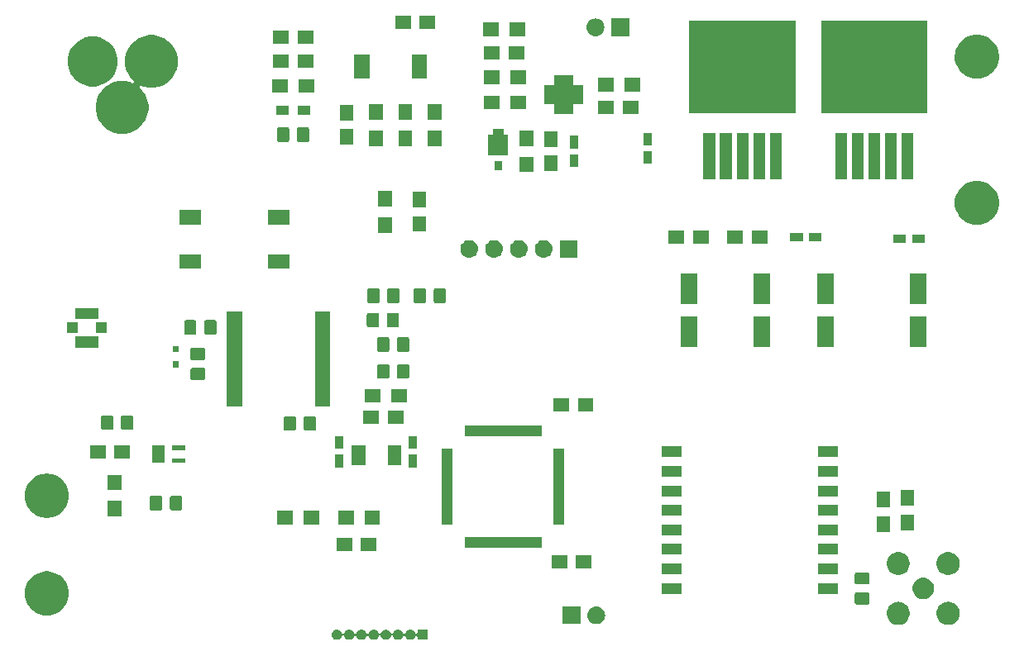
<source format=gbr>
G04 #@! TF.GenerationSoftware,KiCad,Pcbnew,(5.1.4)-1*
G04 #@! TF.CreationDate,2019-12-12T15:56:34+01:00*
G04 #@! TF.ProjectId,Schaltplan_embedded,53636861-6c74-4706-9c61-6e5f656d6265,rev?*
G04 #@! TF.SameCoordinates,Original*
G04 #@! TF.FileFunction,Soldermask,Top*
G04 #@! TF.FilePolarity,Negative*
%FSLAX46Y46*%
G04 Gerber Fmt 4.6, Leading zero omitted, Abs format (unit mm)*
G04 Created by KiCad (PCBNEW (5.1.4)-1) date 2019-12-12 15:56:34*
%MOMM*%
%LPD*%
G04 APERTURE LIST*
%ADD10C,0.100000*%
G04 APERTURE END LIST*
D10*
G36*
X127653428Y-108744213D02*
G01*
X127749153Y-108783864D01*
X127835305Y-108841429D01*
X127908571Y-108914695D01*
X127966136Y-109000847D01*
X128009516Y-109105575D01*
X128021067Y-109127186D01*
X128036612Y-109146128D01*
X128055554Y-109161673D01*
X128077165Y-109173224D01*
X128100614Y-109180337D01*
X128125000Y-109182739D01*
X128149386Y-109180337D01*
X128172835Y-109173224D01*
X128194446Y-109161673D01*
X128213388Y-109146128D01*
X128228933Y-109127186D01*
X128240484Y-109105575D01*
X128283864Y-109000847D01*
X128341429Y-108914695D01*
X128414695Y-108841429D01*
X128500847Y-108783864D01*
X128596572Y-108744213D01*
X128698192Y-108724000D01*
X128801808Y-108724000D01*
X128903428Y-108744213D01*
X128999153Y-108783864D01*
X129085305Y-108841429D01*
X129158571Y-108914695D01*
X129216136Y-109000847D01*
X129259516Y-109105575D01*
X129271067Y-109127186D01*
X129286612Y-109146128D01*
X129305554Y-109161673D01*
X129327165Y-109173224D01*
X129350614Y-109180337D01*
X129375000Y-109182739D01*
X129399386Y-109180337D01*
X129422835Y-109173224D01*
X129444446Y-109161673D01*
X129463388Y-109146128D01*
X129478933Y-109127186D01*
X129490484Y-109105575D01*
X129533864Y-109000847D01*
X129591429Y-108914695D01*
X129664695Y-108841429D01*
X129750847Y-108783864D01*
X129846572Y-108744213D01*
X129948192Y-108724000D01*
X130051808Y-108724000D01*
X130153428Y-108744213D01*
X130249153Y-108783864D01*
X130335305Y-108841429D01*
X130408571Y-108914695D01*
X130466136Y-109000847D01*
X130509516Y-109105575D01*
X130521067Y-109127186D01*
X130536612Y-109146128D01*
X130555554Y-109161673D01*
X130577165Y-109173224D01*
X130600614Y-109180337D01*
X130625000Y-109182739D01*
X130649386Y-109180337D01*
X130672835Y-109173224D01*
X130694446Y-109161673D01*
X130713388Y-109146128D01*
X130728933Y-109127186D01*
X130740484Y-109105575D01*
X130783864Y-109000847D01*
X130841429Y-108914695D01*
X130914695Y-108841429D01*
X131000847Y-108783864D01*
X131096572Y-108744213D01*
X131198192Y-108724000D01*
X131301808Y-108724000D01*
X131403428Y-108744213D01*
X131499153Y-108783864D01*
X131585305Y-108841429D01*
X131658571Y-108914695D01*
X131716136Y-109000847D01*
X131759516Y-109105575D01*
X131771067Y-109127186D01*
X131786612Y-109146128D01*
X131805554Y-109161673D01*
X131827165Y-109173224D01*
X131850614Y-109180337D01*
X131875000Y-109182739D01*
X131899386Y-109180337D01*
X131922835Y-109173224D01*
X131944446Y-109161673D01*
X131963388Y-109146128D01*
X131978933Y-109127186D01*
X131990484Y-109105575D01*
X132033864Y-109000847D01*
X132091429Y-108914695D01*
X132164695Y-108841429D01*
X132250847Y-108783864D01*
X132346572Y-108744213D01*
X132448192Y-108724000D01*
X132551808Y-108724000D01*
X132653428Y-108744213D01*
X132749153Y-108783864D01*
X132835305Y-108841429D01*
X132908571Y-108914695D01*
X132966136Y-109000847D01*
X133009516Y-109105575D01*
X133021067Y-109127186D01*
X133036612Y-109146128D01*
X133055554Y-109161673D01*
X133077165Y-109173224D01*
X133100614Y-109180337D01*
X133125000Y-109182739D01*
X133149386Y-109180337D01*
X133172835Y-109173224D01*
X133194446Y-109161673D01*
X133213388Y-109146128D01*
X133228933Y-109127186D01*
X133240484Y-109105575D01*
X133283864Y-109000847D01*
X133341429Y-108914695D01*
X133414695Y-108841429D01*
X133500847Y-108783864D01*
X133596572Y-108744213D01*
X133698192Y-108724000D01*
X133801808Y-108724000D01*
X133903428Y-108744213D01*
X133999153Y-108783864D01*
X134085305Y-108841429D01*
X134158571Y-108914695D01*
X134216136Y-109000847D01*
X134259516Y-109105575D01*
X134271067Y-109127186D01*
X134286612Y-109146128D01*
X134305554Y-109161673D01*
X134327165Y-109173224D01*
X134350614Y-109180337D01*
X134375000Y-109182739D01*
X134399386Y-109180337D01*
X134422835Y-109173224D01*
X134444446Y-109161673D01*
X134463388Y-109146128D01*
X134478933Y-109127186D01*
X134490484Y-109105575D01*
X134533864Y-109000847D01*
X134591429Y-108914695D01*
X134664695Y-108841429D01*
X134750847Y-108783864D01*
X134846572Y-108744213D01*
X134948192Y-108724000D01*
X135051808Y-108724000D01*
X135153428Y-108744213D01*
X135249153Y-108783864D01*
X135335305Y-108841429D01*
X135408571Y-108914695D01*
X135466136Y-109000847D01*
X135483517Y-109042808D01*
X135495068Y-109064419D01*
X135510613Y-109083361D01*
X135529555Y-109098906D01*
X135551166Y-109110457D01*
X135574615Y-109117570D01*
X135599001Y-109119972D01*
X135623387Y-109117570D01*
X135646836Y-109110457D01*
X135668447Y-109098906D01*
X135687389Y-109083361D01*
X135702934Y-109064419D01*
X135714485Y-109042808D01*
X135721598Y-109019359D01*
X135724000Y-108994973D01*
X135724000Y-108724000D01*
X136776000Y-108724000D01*
X136776000Y-109776000D01*
X135724000Y-109776000D01*
X135724000Y-109505027D01*
X135721598Y-109480641D01*
X135714485Y-109457192D01*
X135702934Y-109435581D01*
X135687389Y-109416639D01*
X135668447Y-109401094D01*
X135646836Y-109389543D01*
X135623387Y-109382430D01*
X135599001Y-109380028D01*
X135574615Y-109382430D01*
X135551166Y-109389543D01*
X135529555Y-109401094D01*
X135510613Y-109416639D01*
X135495068Y-109435581D01*
X135483517Y-109457192D01*
X135466136Y-109499153D01*
X135408571Y-109585305D01*
X135335305Y-109658571D01*
X135249153Y-109716136D01*
X135153428Y-109755787D01*
X135051808Y-109776000D01*
X134948192Y-109776000D01*
X134846572Y-109755787D01*
X134750847Y-109716136D01*
X134664695Y-109658571D01*
X134591429Y-109585305D01*
X134533864Y-109499153D01*
X134490484Y-109394425D01*
X134478933Y-109372814D01*
X134463388Y-109353872D01*
X134444446Y-109338327D01*
X134422835Y-109326776D01*
X134399386Y-109319663D01*
X134375000Y-109317261D01*
X134350614Y-109319663D01*
X134327165Y-109326776D01*
X134305554Y-109338327D01*
X134286612Y-109353872D01*
X134271067Y-109372814D01*
X134259516Y-109394425D01*
X134216136Y-109499153D01*
X134158571Y-109585305D01*
X134085305Y-109658571D01*
X133999153Y-109716136D01*
X133903428Y-109755787D01*
X133801808Y-109776000D01*
X133698192Y-109776000D01*
X133596572Y-109755787D01*
X133500847Y-109716136D01*
X133414695Y-109658571D01*
X133341429Y-109585305D01*
X133283864Y-109499153D01*
X133240484Y-109394425D01*
X133228933Y-109372814D01*
X133213388Y-109353872D01*
X133194446Y-109338327D01*
X133172835Y-109326776D01*
X133149386Y-109319663D01*
X133125000Y-109317261D01*
X133100614Y-109319663D01*
X133077165Y-109326776D01*
X133055554Y-109338327D01*
X133036612Y-109353872D01*
X133021067Y-109372814D01*
X133009516Y-109394425D01*
X132966136Y-109499153D01*
X132908571Y-109585305D01*
X132835305Y-109658571D01*
X132749153Y-109716136D01*
X132653428Y-109755787D01*
X132551808Y-109776000D01*
X132448192Y-109776000D01*
X132346572Y-109755787D01*
X132250847Y-109716136D01*
X132164695Y-109658571D01*
X132091429Y-109585305D01*
X132033864Y-109499153D01*
X131990484Y-109394425D01*
X131978933Y-109372814D01*
X131963388Y-109353872D01*
X131944446Y-109338327D01*
X131922835Y-109326776D01*
X131899386Y-109319663D01*
X131875000Y-109317261D01*
X131850614Y-109319663D01*
X131827165Y-109326776D01*
X131805554Y-109338327D01*
X131786612Y-109353872D01*
X131771067Y-109372814D01*
X131759516Y-109394425D01*
X131716136Y-109499153D01*
X131658571Y-109585305D01*
X131585305Y-109658571D01*
X131499153Y-109716136D01*
X131403428Y-109755787D01*
X131301808Y-109776000D01*
X131198192Y-109776000D01*
X131096572Y-109755787D01*
X131000847Y-109716136D01*
X130914695Y-109658571D01*
X130841429Y-109585305D01*
X130783864Y-109499153D01*
X130740484Y-109394425D01*
X130728933Y-109372814D01*
X130713388Y-109353872D01*
X130694446Y-109338327D01*
X130672835Y-109326776D01*
X130649386Y-109319663D01*
X130625000Y-109317261D01*
X130600614Y-109319663D01*
X130577165Y-109326776D01*
X130555554Y-109338327D01*
X130536612Y-109353872D01*
X130521067Y-109372814D01*
X130509516Y-109394425D01*
X130466136Y-109499153D01*
X130408571Y-109585305D01*
X130335305Y-109658571D01*
X130249153Y-109716136D01*
X130153428Y-109755787D01*
X130051808Y-109776000D01*
X129948192Y-109776000D01*
X129846572Y-109755787D01*
X129750847Y-109716136D01*
X129664695Y-109658571D01*
X129591429Y-109585305D01*
X129533864Y-109499153D01*
X129490484Y-109394425D01*
X129478933Y-109372814D01*
X129463388Y-109353872D01*
X129444446Y-109338327D01*
X129422835Y-109326776D01*
X129399386Y-109319663D01*
X129375000Y-109317261D01*
X129350614Y-109319663D01*
X129327165Y-109326776D01*
X129305554Y-109338327D01*
X129286612Y-109353872D01*
X129271067Y-109372814D01*
X129259516Y-109394425D01*
X129216136Y-109499153D01*
X129158571Y-109585305D01*
X129085305Y-109658571D01*
X128999153Y-109716136D01*
X128903428Y-109755787D01*
X128801808Y-109776000D01*
X128698192Y-109776000D01*
X128596572Y-109755787D01*
X128500847Y-109716136D01*
X128414695Y-109658571D01*
X128341429Y-109585305D01*
X128283864Y-109499153D01*
X128240484Y-109394425D01*
X128228933Y-109372814D01*
X128213388Y-109353872D01*
X128194446Y-109338327D01*
X128172835Y-109326776D01*
X128149386Y-109319663D01*
X128125000Y-109317261D01*
X128100614Y-109319663D01*
X128077165Y-109326776D01*
X128055554Y-109338327D01*
X128036612Y-109353872D01*
X128021067Y-109372814D01*
X128009516Y-109394425D01*
X127966136Y-109499153D01*
X127908571Y-109585305D01*
X127835305Y-109658571D01*
X127749153Y-109716136D01*
X127653428Y-109755787D01*
X127551808Y-109776000D01*
X127448192Y-109776000D01*
X127346572Y-109755787D01*
X127250847Y-109716136D01*
X127164695Y-109658571D01*
X127091429Y-109585305D01*
X127033864Y-109499153D01*
X126994213Y-109403428D01*
X126974000Y-109301808D01*
X126974000Y-109198192D01*
X126994213Y-109096572D01*
X127033864Y-109000847D01*
X127091429Y-108914695D01*
X127164695Y-108841429D01*
X127250847Y-108783864D01*
X127346572Y-108744213D01*
X127448192Y-108724000D01*
X127551808Y-108724000D01*
X127653428Y-108744213D01*
X127653428Y-108744213D01*
G37*
G36*
X185141560Y-105889064D02*
G01*
X185293027Y-105919193D01*
X185507045Y-106007842D01*
X185569778Y-106049759D01*
X185699654Y-106136539D01*
X185863461Y-106300346D01*
X185944980Y-106422348D01*
X185992158Y-106492955D01*
X186080807Y-106706973D01*
X186126000Y-106934174D01*
X186126000Y-107165826D01*
X186080807Y-107393027D01*
X185992158Y-107607045D01*
X185992157Y-107607046D01*
X185863461Y-107799654D01*
X185699654Y-107963461D01*
X185640810Y-108002779D01*
X185507045Y-108092158D01*
X185293027Y-108180807D01*
X185141560Y-108210936D01*
X185065827Y-108226000D01*
X184834173Y-108226000D01*
X184758440Y-108210936D01*
X184606973Y-108180807D01*
X184392955Y-108092158D01*
X184259190Y-108002779D01*
X184200346Y-107963461D01*
X184036539Y-107799654D01*
X183907843Y-107607046D01*
X183907842Y-107607045D01*
X183819193Y-107393027D01*
X183774000Y-107165826D01*
X183774000Y-106934174D01*
X183819193Y-106706973D01*
X183907842Y-106492955D01*
X183955020Y-106422348D01*
X184036539Y-106300346D01*
X184200346Y-106136539D01*
X184330222Y-106049759D01*
X184392955Y-106007842D01*
X184606973Y-105919193D01*
X184758440Y-105889064D01*
X184834173Y-105874000D01*
X185065827Y-105874000D01*
X185141560Y-105889064D01*
X185141560Y-105889064D01*
G37*
G36*
X190241560Y-105889064D02*
G01*
X190393027Y-105919193D01*
X190607045Y-106007842D01*
X190669778Y-106049759D01*
X190799654Y-106136539D01*
X190963461Y-106300346D01*
X191044980Y-106422348D01*
X191092158Y-106492955D01*
X191180807Y-106706973D01*
X191226000Y-106934174D01*
X191226000Y-107165826D01*
X191180807Y-107393027D01*
X191092158Y-107607045D01*
X191092157Y-107607046D01*
X190963461Y-107799654D01*
X190799654Y-107963461D01*
X190740810Y-108002779D01*
X190607045Y-108092158D01*
X190393027Y-108180807D01*
X190241560Y-108210936D01*
X190165827Y-108226000D01*
X189934173Y-108226000D01*
X189858440Y-108210936D01*
X189706973Y-108180807D01*
X189492955Y-108092158D01*
X189359190Y-108002779D01*
X189300346Y-107963461D01*
X189136539Y-107799654D01*
X189007843Y-107607046D01*
X189007842Y-107607045D01*
X188919193Y-107393027D01*
X188874000Y-107165826D01*
X188874000Y-106934174D01*
X188919193Y-106706973D01*
X189007842Y-106492955D01*
X189055020Y-106422348D01*
X189136539Y-106300346D01*
X189300346Y-106136539D01*
X189430222Y-106049759D01*
X189492955Y-106007842D01*
X189706973Y-105919193D01*
X189858440Y-105889064D01*
X189934173Y-105874000D01*
X190165827Y-105874000D01*
X190241560Y-105889064D01*
X190241560Y-105889064D01*
G37*
G36*
X154150442Y-106355518D02*
G01*
X154216627Y-106362037D01*
X154386466Y-106413557D01*
X154542991Y-106497222D01*
X154573289Y-106522087D01*
X154680186Y-106609814D01*
X154759921Y-106706973D01*
X154792778Y-106747009D01*
X154876443Y-106903534D01*
X154927963Y-107073373D01*
X154945359Y-107250000D01*
X154927963Y-107426627D01*
X154876443Y-107596466D01*
X154792778Y-107752991D01*
X154763448Y-107788729D01*
X154680186Y-107890186D01*
X154590901Y-107963459D01*
X154542991Y-108002778D01*
X154386466Y-108086443D01*
X154216627Y-108137963D01*
X154150443Y-108144481D01*
X154084260Y-108151000D01*
X153995740Y-108151000D01*
X153929557Y-108144481D01*
X153863373Y-108137963D01*
X153693534Y-108086443D01*
X153537009Y-108002778D01*
X153489099Y-107963459D01*
X153399814Y-107890186D01*
X153316552Y-107788729D01*
X153287222Y-107752991D01*
X153203557Y-107596466D01*
X153152037Y-107426627D01*
X153134641Y-107250000D01*
X153152037Y-107073373D01*
X153203557Y-106903534D01*
X153287222Y-106747009D01*
X153320079Y-106706973D01*
X153399814Y-106609814D01*
X153506711Y-106522087D01*
X153537009Y-106497222D01*
X153693534Y-106413557D01*
X153863373Y-106362037D01*
X153929558Y-106355518D01*
X153995740Y-106349000D01*
X154084260Y-106349000D01*
X154150442Y-106355518D01*
X154150442Y-106355518D01*
G37*
G36*
X152401000Y-108151000D02*
G01*
X150599000Y-108151000D01*
X150599000Y-106349000D01*
X152401000Y-106349000D01*
X152401000Y-108151000D01*
X152401000Y-108151000D01*
G37*
G36*
X98075880Y-102759776D02*
G01*
X98456593Y-102835504D01*
X98866249Y-103005189D01*
X99234929Y-103251534D01*
X99548466Y-103565071D01*
X99794811Y-103933751D01*
X99964496Y-104343407D01*
X100051000Y-104778296D01*
X100051000Y-105221704D01*
X99964496Y-105656593D01*
X99794811Y-106066249D01*
X99548466Y-106434929D01*
X99234929Y-106748466D01*
X98866249Y-106994811D01*
X98456593Y-107164496D01*
X98075880Y-107240224D01*
X98021705Y-107251000D01*
X97578295Y-107251000D01*
X97524120Y-107240224D01*
X97143407Y-107164496D01*
X96733751Y-106994811D01*
X96365071Y-106748466D01*
X96051534Y-106434929D01*
X95805189Y-106066249D01*
X95635504Y-105656593D01*
X95549000Y-105221704D01*
X95549000Y-104778296D01*
X95635504Y-104343407D01*
X95805189Y-103933751D01*
X96051534Y-103565071D01*
X96365071Y-103251534D01*
X96733751Y-103005189D01*
X97143407Y-102835504D01*
X97524120Y-102759776D01*
X97578295Y-102749000D01*
X98021705Y-102749000D01*
X98075880Y-102759776D01*
X98075880Y-102759776D01*
G37*
G36*
X181838674Y-104903465D02*
G01*
X181876367Y-104914899D01*
X181911103Y-104933466D01*
X181941548Y-104958452D01*
X181966534Y-104988897D01*
X181985101Y-105023633D01*
X181996535Y-105061326D01*
X182001000Y-105106661D01*
X182001000Y-105943339D01*
X181996535Y-105988674D01*
X181985101Y-106026367D01*
X181966534Y-106061103D01*
X181941548Y-106091548D01*
X181911103Y-106116534D01*
X181876367Y-106135101D01*
X181838674Y-106146535D01*
X181793339Y-106151000D01*
X180706661Y-106151000D01*
X180661326Y-106146535D01*
X180623633Y-106135101D01*
X180588897Y-106116534D01*
X180558452Y-106091548D01*
X180533466Y-106061103D01*
X180514899Y-106026367D01*
X180503465Y-105988674D01*
X180499000Y-105943339D01*
X180499000Y-105106661D01*
X180503465Y-105061326D01*
X180514899Y-105023633D01*
X180533466Y-104988897D01*
X180558452Y-104958452D01*
X180588897Y-104933466D01*
X180623633Y-104914899D01*
X180661326Y-104903465D01*
X180706661Y-104899000D01*
X181793339Y-104899000D01*
X181838674Y-104903465D01*
X181838674Y-104903465D01*
G37*
G36*
X187714794Y-103420155D02*
G01*
X187821150Y-103441311D01*
X187921334Y-103482809D01*
X188021520Y-103524307D01*
X188201844Y-103644795D01*
X188355205Y-103798156D01*
X188475693Y-103978480D01*
X188475693Y-103978481D01*
X188558689Y-104178850D01*
X188579844Y-104285205D01*
X188601000Y-104391560D01*
X188601000Y-104608440D01*
X188558689Y-104821149D01*
X188475693Y-105021520D01*
X188355205Y-105201844D01*
X188201844Y-105355205D01*
X188021520Y-105475693D01*
X187921334Y-105517191D01*
X187821150Y-105558689D01*
X187714794Y-105579845D01*
X187608440Y-105601000D01*
X187391560Y-105601000D01*
X187285205Y-105579844D01*
X187178850Y-105558689D01*
X187078666Y-105517191D01*
X186978480Y-105475693D01*
X186798156Y-105355205D01*
X186644795Y-105201844D01*
X186524307Y-105021520D01*
X186441311Y-104821149D01*
X186399000Y-104608440D01*
X186399000Y-104391560D01*
X186420156Y-104285205D01*
X186441311Y-104178850D01*
X186524307Y-103978481D01*
X186524307Y-103978480D01*
X186644795Y-103798156D01*
X186798156Y-103644795D01*
X186978480Y-103524307D01*
X187078666Y-103482809D01*
X187178850Y-103441311D01*
X187285206Y-103420155D01*
X187391560Y-103399000D01*
X187608440Y-103399000D01*
X187714794Y-103420155D01*
X187714794Y-103420155D01*
G37*
G36*
X162801000Y-105051000D02*
G01*
X160699000Y-105051000D01*
X160699000Y-103949000D01*
X162801000Y-103949000D01*
X162801000Y-105051000D01*
X162801000Y-105051000D01*
G37*
G36*
X178801000Y-105051000D02*
G01*
X176699000Y-105051000D01*
X176699000Y-103949000D01*
X178801000Y-103949000D01*
X178801000Y-105051000D01*
X178801000Y-105051000D01*
G37*
G36*
X181838674Y-102853465D02*
G01*
X181876367Y-102864899D01*
X181911103Y-102883466D01*
X181941548Y-102908452D01*
X181966534Y-102938897D01*
X181985101Y-102973633D01*
X181996535Y-103011326D01*
X182001000Y-103056661D01*
X182001000Y-103893339D01*
X181996535Y-103938674D01*
X181985101Y-103976367D01*
X181966534Y-104011103D01*
X181941548Y-104041548D01*
X181911103Y-104066534D01*
X181876367Y-104085101D01*
X181838674Y-104096535D01*
X181793339Y-104101000D01*
X180706661Y-104101000D01*
X180661326Y-104096535D01*
X180623633Y-104085101D01*
X180588897Y-104066534D01*
X180558452Y-104041548D01*
X180533466Y-104011103D01*
X180514899Y-103976367D01*
X180503465Y-103938674D01*
X180499000Y-103893339D01*
X180499000Y-103056661D01*
X180503465Y-103011326D01*
X180514899Y-102973633D01*
X180533466Y-102938897D01*
X180558452Y-102908452D01*
X180588897Y-102883466D01*
X180623633Y-102864899D01*
X180661326Y-102853465D01*
X180706661Y-102849000D01*
X181793339Y-102849000D01*
X181838674Y-102853465D01*
X181838674Y-102853465D01*
G37*
G36*
X190241560Y-100789064D02*
G01*
X190393027Y-100819193D01*
X190607045Y-100907842D01*
X190607046Y-100907843D01*
X190799654Y-101036539D01*
X190963461Y-101200346D01*
X191049258Y-101328751D01*
X191092158Y-101392955D01*
X191180807Y-101606973D01*
X191226000Y-101834174D01*
X191226000Y-102065826D01*
X191180807Y-102293027D01*
X191092158Y-102507045D01*
X191092157Y-102507046D01*
X190963461Y-102699654D01*
X190799654Y-102863461D01*
X190671635Y-102949000D01*
X190607045Y-102992158D01*
X190393027Y-103080807D01*
X190241560Y-103110936D01*
X190165827Y-103126000D01*
X189934173Y-103126000D01*
X189858440Y-103110936D01*
X189706973Y-103080807D01*
X189492955Y-102992158D01*
X189428365Y-102949000D01*
X189300346Y-102863461D01*
X189136539Y-102699654D01*
X189007843Y-102507046D01*
X189007842Y-102507045D01*
X188919193Y-102293027D01*
X188874000Y-102065826D01*
X188874000Y-101834174D01*
X188919193Y-101606973D01*
X189007842Y-101392955D01*
X189050742Y-101328751D01*
X189136539Y-101200346D01*
X189300346Y-101036539D01*
X189492954Y-100907843D01*
X189492955Y-100907842D01*
X189706973Y-100819193D01*
X189858440Y-100789064D01*
X189934173Y-100774000D01*
X190165827Y-100774000D01*
X190241560Y-100789064D01*
X190241560Y-100789064D01*
G37*
G36*
X185141560Y-100789064D02*
G01*
X185293027Y-100819193D01*
X185507045Y-100907842D01*
X185507046Y-100907843D01*
X185699654Y-101036539D01*
X185863461Y-101200346D01*
X185949258Y-101328751D01*
X185992158Y-101392955D01*
X186080807Y-101606973D01*
X186126000Y-101834174D01*
X186126000Y-102065826D01*
X186080807Y-102293027D01*
X185992158Y-102507045D01*
X185992157Y-102507046D01*
X185863461Y-102699654D01*
X185699654Y-102863461D01*
X185571635Y-102949000D01*
X185507045Y-102992158D01*
X185293027Y-103080807D01*
X185141560Y-103110936D01*
X185065827Y-103126000D01*
X184834173Y-103126000D01*
X184758440Y-103110936D01*
X184606973Y-103080807D01*
X184392955Y-102992158D01*
X184328365Y-102949000D01*
X184200346Y-102863461D01*
X184036539Y-102699654D01*
X183907843Y-102507046D01*
X183907842Y-102507045D01*
X183819193Y-102293027D01*
X183774000Y-102065826D01*
X183774000Y-101834174D01*
X183819193Y-101606973D01*
X183907842Y-101392955D01*
X183950742Y-101328751D01*
X184036539Y-101200346D01*
X184200346Y-101036539D01*
X184392954Y-100907843D01*
X184392955Y-100907842D01*
X184606973Y-100819193D01*
X184758440Y-100789064D01*
X184834173Y-100774000D01*
X185065827Y-100774000D01*
X185141560Y-100789064D01*
X185141560Y-100789064D01*
G37*
G36*
X178801000Y-103051000D02*
G01*
X176699000Y-103051000D01*
X176699000Y-101949000D01*
X178801000Y-101949000D01*
X178801000Y-103051000D01*
X178801000Y-103051000D01*
G37*
G36*
X162801000Y-103051000D02*
G01*
X160699000Y-103051000D01*
X160699000Y-101949000D01*
X162801000Y-101949000D01*
X162801000Y-103051000D01*
X162801000Y-103051000D01*
G37*
G36*
X153551000Y-102426000D02*
G01*
X151949000Y-102426000D01*
X151949000Y-101074000D01*
X153551000Y-101074000D01*
X153551000Y-102426000D01*
X153551000Y-102426000D01*
G37*
G36*
X151051000Y-102426000D02*
G01*
X149449000Y-102426000D01*
X149449000Y-101074000D01*
X151051000Y-101074000D01*
X151051000Y-102426000D01*
X151051000Y-102426000D01*
G37*
G36*
X178801000Y-101051000D02*
G01*
X176699000Y-101051000D01*
X176699000Y-99949000D01*
X178801000Y-99949000D01*
X178801000Y-101051000D01*
X178801000Y-101051000D01*
G37*
G36*
X162801000Y-101051000D02*
G01*
X160699000Y-101051000D01*
X160699000Y-99949000D01*
X162801000Y-99949000D01*
X162801000Y-101051000D01*
X162801000Y-101051000D01*
G37*
G36*
X129051000Y-100676000D02*
G01*
X127449000Y-100676000D01*
X127449000Y-99324000D01*
X129051000Y-99324000D01*
X129051000Y-100676000D01*
X129051000Y-100676000D01*
G37*
G36*
X131551000Y-100676000D02*
G01*
X129949000Y-100676000D01*
X129949000Y-99324000D01*
X131551000Y-99324000D01*
X131551000Y-100676000D01*
X131551000Y-100676000D01*
G37*
G36*
X148426000Y-100314442D02*
G01*
X140574000Y-100314442D01*
X140574000Y-99212442D01*
X148426000Y-99212442D01*
X148426000Y-100314442D01*
X148426000Y-100314442D01*
G37*
G36*
X162801000Y-99051000D02*
G01*
X160699000Y-99051000D01*
X160699000Y-97949000D01*
X162801000Y-97949000D01*
X162801000Y-99051000D01*
X162801000Y-99051000D01*
G37*
G36*
X178801000Y-99051000D02*
G01*
X176699000Y-99051000D01*
X176699000Y-97949000D01*
X178801000Y-97949000D01*
X178801000Y-99051000D01*
X178801000Y-99051000D01*
G37*
G36*
X184076000Y-98701000D02*
G01*
X182724000Y-98701000D01*
X182724000Y-97099000D01*
X184076000Y-97099000D01*
X184076000Y-98701000D01*
X184076000Y-98701000D01*
G37*
G36*
X186576000Y-98551000D02*
G01*
X185224000Y-98551000D01*
X185224000Y-96949000D01*
X186576000Y-96949000D01*
X186576000Y-98551000D01*
X186576000Y-98551000D01*
G37*
G36*
X150751000Y-97989442D02*
G01*
X149649000Y-97989442D01*
X149649000Y-90137442D01*
X150751000Y-90137442D01*
X150751000Y-97989442D01*
X150751000Y-97989442D01*
G37*
G36*
X139351000Y-97989442D02*
G01*
X138249000Y-97989442D01*
X138249000Y-90137442D01*
X139351000Y-90137442D01*
X139351000Y-97989442D01*
X139351000Y-97989442D01*
G37*
G36*
X125651000Y-97951000D02*
G01*
X124049000Y-97951000D01*
X124049000Y-96549000D01*
X125651000Y-96549000D01*
X125651000Y-97951000D01*
X125651000Y-97951000D01*
G37*
G36*
X122951000Y-97951000D02*
G01*
X121349000Y-97951000D01*
X121349000Y-96549000D01*
X122951000Y-96549000D01*
X122951000Y-97951000D01*
X122951000Y-97951000D01*
G37*
G36*
X131901000Y-97951000D02*
G01*
X130299000Y-97951000D01*
X130299000Y-96549000D01*
X131901000Y-96549000D01*
X131901000Y-97951000D01*
X131901000Y-97951000D01*
G37*
G36*
X129201000Y-97951000D02*
G01*
X127599000Y-97951000D01*
X127599000Y-96549000D01*
X129201000Y-96549000D01*
X129201000Y-97951000D01*
X129201000Y-97951000D01*
G37*
G36*
X98075880Y-92759776D02*
G01*
X98456593Y-92835504D01*
X98866249Y-93005189D01*
X99234929Y-93251534D01*
X99548466Y-93565071D01*
X99794811Y-93933751D01*
X99964496Y-94343407D01*
X100051000Y-94778296D01*
X100051000Y-95221704D01*
X99964496Y-95656593D01*
X99794811Y-96066249D01*
X99548466Y-96434929D01*
X99234929Y-96748466D01*
X98866249Y-96994811D01*
X98456593Y-97164496D01*
X98075880Y-97240224D01*
X98021705Y-97251000D01*
X97578295Y-97251000D01*
X97524120Y-97240224D01*
X97143407Y-97164496D01*
X96733751Y-96994811D01*
X96365071Y-96748466D01*
X96051534Y-96434929D01*
X95805189Y-96066249D01*
X95635504Y-95656593D01*
X95549000Y-95221704D01*
X95549000Y-94778296D01*
X95635504Y-94343407D01*
X95805189Y-93933751D01*
X96051534Y-93565071D01*
X96365071Y-93251534D01*
X96733751Y-93005189D01*
X97143407Y-92835504D01*
X97524120Y-92759776D01*
X97578295Y-92749000D01*
X98021705Y-92749000D01*
X98075880Y-92759776D01*
X98075880Y-92759776D01*
G37*
G36*
X105451000Y-97151000D02*
G01*
X104049000Y-97151000D01*
X104049000Y-95549000D01*
X105451000Y-95549000D01*
X105451000Y-97151000D01*
X105451000Y-97151000D01*
G37*
G36*
X162801000Y-97051000D02*
G01*
X160699000Y-97051000D01*
X160699000Y-95949000D01*
X162801000Y-95949000D01*
X162801000Y-97051000D01*
X162801000Y-97051000D01*
G37*
G36*
X178801000Y-97051000D02*
G01*
X176699000Y-97051000D01*
X176699000Y-95949000D01*
X178801000Y-95949000D01*
X178801000Y-97051000D01*
X178801000Y-97051000D01*
G37*
G36*
X109438674Y-95003465D02*
G01*
X109476367Y-95014899D01*
X109511103Y-95033466D01*
X109541548Y-95058452D01*
X109566534Y-95088897D01*
X109585101Y-95123633D01*
X109596535Y-95161326D01*
X109601000Y-95206661D01*
X109601000Y-96293339D01*
X109596535Y-96338674D01*
X109585101Y-96376367D01*
X109566534Y-96411103D01*
X109541548Y-96441548D01*
X109511103Y-96466534D01*
X109476367Y-96485101D01*
X109438674Y-96496535D01*
X109393339Y-96501000D01*
X108556661Y-96501000D01*
X108511326Y-96496535D01*
X108473633Y-96485101D01*
X108438897Y-96466534D01*
X108408452Y-96441548D01*
X108383466Y-96411103D01*
X108364899Y-96376367D01*
X108353465Y-96338674D01*
X108349000Y-96293339D01*
X108349000Y-95206661D01*
X108353465Y-95161326D01*
X108364899Y-95123633D01*
X108383466Y-95088897D01*
X108408452Y-95058452D01*
X108438897Y-95033466D01*
X108473633Y-95014899D01*
X108511326Y-95003465D01*
X108556661Y-94999000D01*
X109393339Y-94999000D01*
X109438674Y-95003465D01*
X109438674Y-95003465D01*
G37*
G36*
X111488674Y-95003465D02*
G01*
X111526367Y-95014899D01*
X111561103Y-95033466D01*
X111591548Y-95058452D01*
X111616534Y-95088897D01*
X111635101Y-95123633D01*
X111646535Y-95161326D01*
X111651000Y-95206661D01*
X111651000Y-96293339D01*
X111646535Y-96338674D01*
X111635101Y-96376367D01*
X111616534Y-96411103D01*
X111591548Y-96441548D01*
X111561103Y-96466534D01*
X111526367Y-96485101D01*
X111488674Y-96496535D01*
X111443339Y-96501000D01*
X110606661Y-96501000D01*
X110561326Y-96496535D01*
X110523633Y-96485101D01*
X110488897Y-96466534D01*
X110458452Y-96441548D01*
X110433466Y-96411103D01*
X110414899Y-96376367D01*
X110403465Y-96338674D01*
X110399000Y-96293339D01*
X110399000Y-95206661D01*
X110403465Y-95161326D01*
X110414899Y-95123633D01*
X110433466Y-95088897D01*
X110458452Y-95058452D01*
X110488897Y-95033466D01*
X110523633Y-95014899D01*
X110561326Y-95003465D01*
X110606661Y-94999000D01*
X111443339Y-94999000D01*
X111488674Y-95003465D01*
X111488674Y-95003465D01*
G37*
G36*
X184076000Y-96201000D02*
G01*
X182724000Y-96201000D01*
X182724000Y-94599000D01*
X184076000Y-94599000D01*
X184076000Y-96201000D01*
X184076000Y-96201000D01*
G37*
G36*
X186576000Y-96051000D02*
G01*
X185224000Y-96051000D01*
X185224000Y-94449000D01*
X186576000Y-94449000D01*
X186576000Y-96051000D01*
X186576000Y-96051000D01*
G37*
G36*
X178801000Y-95051000D02*
G01*
X176699000Y-95051000D01*
X176699000Y-93949000D01*
X178801000Y-93949000D01*
X178801000Y-95051000D01*
X178801000Y-95051000D01*
G37*
G36*
X162801000Y-95051000D02*
G01*
X160699000Y-95051000D01*
X160699000Y-93949000D01*
X162801000Y-93949000D01*
X162801000Y-95051000D01*
X162801000Y-95051000D01*
G37*
G36*
X105451000Y-94451000D02*
G01*
X104049000Y-94451000D01*
X104049000Y-92849000D01*
X105451000Y-92849000D01*
X105451000Y-94451000D01*
X105451000Y-94451000D01*
G37*
G36*
X178801000Y-93051000D02*
G01*
X176699000Y-93051000D01*
X176699000Y-91949000D01*
X178801000Y-91949000D01*
X178801000Y-93051000D01*
X178801000Y-93051000D01*
G37*
G36*
X162801000Y-93051000D02*
G01*
X160699000Y-93051000D01*
X160699000Y-91949000D01*
X162801000Y-91949000D01*
X162801000Y-93051000D01*
X162801000Y-93051000D01*
G37*
G36*
X128176000Y-92101000D02*
G01*
X127324000Y-92101000D01*
X127324000Y-90799000D01*
X128176000Y-90799000D01*
X128176000Y-92101000D01*
X128176000Y-92101000D01*
G37*
G36*
X135676000Y-92101000D02*
G01*
X134824000Y-92101000D01*
X134824000Y-90799000D01*
X135676000Y-90799000D01*
X135676000Y-92101000D01*
X135676000Y-92101000D01*
G37*
G36*
X134101000Y-91901000D02*
G01*
X132699000Y-91901000D01*
X132699000Y-89799000D01*
X134101000Y-89799000D01*
X134101000Y-91901000D01*
X134101000Y-91901000D01*
G37*
G36*
X130401000Y-91901000D02*
G01*
X128999000Y-91901000D01*
X128999000Y-89799000D01*
X130401000Y-89799000D01*
X130401000Y-91901000D01*
X130401000Y-91901000D01*
G37*
G36*
X109843800Y-91639200D02*
G01*
X108573400Y-91639200D01*
X108573400Y-89860800D01*
X109843800Y-89860800D01*
X109843800Y-91639200D01*
X109843800Y-91639200D01*
G37*
G36*
X111926600Y-91639200D02*
G01*
X110656200Y-91639200D01*
X110656200Y-91181600D01*
X111926600Y-91181600D01*
X111926600Y-91639200D01*
X111926600Y-91639200D01*
G37*
G36*
X106301000Y-91176000D02*
G01*
X104699000Y-91176000D01*
X104699000Y-89824000D01*
X106301000Y-89824000D01*
X106301000Y-91176000D01*
X106301000Y-91176000D01*
G37*
G36*
X103801000Y-91176000D02*
G01*
X102199000Y-91176000D01*
X102199000Y-89824000D01*
X103801000Y-89824000D01*
X103801000Y-91176000D01*
X103801000Y-91176000D01*
G37*
G36*
X178801000Y-91051000D02*
G01*
X176699000Y-91051000D01*
X176699000Y-89949000D01*
X178801000Y-89949000D01*
X178801000Y-91051000D01*
X178801000Y-91051000D01*
G37*
G36*
X162801000Y-91051000D02*
G01*
X160699000Y-91051000D01*
X160699000Y-89949000D01*
X162801000Y-89949000D01*
X162801000Y-91051000D01*
X162801000Y-91051000D01*
G37*
G36*
X111926600Y-90318400D02*
G01*
X110656200Y-90318400D01*
X110656200Y-89860800D01*
X111926600Y-89860800D01*
X111926600Y-90318400D01*
X111926600Y-90318400D01*
G37*
G36*
X135676000Y-90201000D02*
G01*
X134824000Y-90201000D01*
X134824000Y-88899000D01*
X135676000Y-88899000D01*
X135676000Y-90201000D01*
X135676000Y-90201000D01*
G37*
G36*
X128176000Y-90201000D02*
G01*
X127324000Y-90201000D01*
X127324000Y-88899000D01*
X128176000Y-88899000D01*
X128176000Y-90201000D01*
X128176000Y-90201000D01*
G37*
G36*
X148426000Y-88914442D02*
G01*
X140574000Y-88914442D01*
X140574000Y-87812442D01*
X148426000Y-87812442D01*
X148426000Y-88914442D01*
X148426000Y-88914442D01*
G37*
G36*
X125188674Y-86853465D02*
G01*
X125226367Y-86864899D01*
X125261103Y-86883466D01*
X125291548Y-86908452D01*
X125316534Y-86938897D01*
X125335101Y-86973633D01*
X125346535Y-87011326D01*
X125351000Y-87056661D01*
X125351000Y-88143339D01*
X125346535Y-88188674D01*
X125335101Y-88226367D01*
X125316534Y-88261103D01*
X125291548Y-88291548D01*
X125261103Y-88316534D01*
X125226367Y-88335101D01*
X125188674Y-88346535D01*
X125143339Y-88351000D01*
X124306661Y-88351000D01*
X124261326Y-88346535D01*
X124223633Y-88335101D01*
X124188897Y-88316534D01*
X124158452Y-88291548D01*
X124133466Y-88261103D01*
X124114899Y-88226367D01*
X124103465Y-88188674D01*
X124099000Y-88143339D01*
X124099000Y-87056661D01*
X124103465Y-87011326D01*
X124114899Y-86973633D01*
X124133466Y-86938897D01*
X124158452Y-86908452D01*
X124188897Y-86883466D01*
X124223633Y-86864899D01*
X124261326Y-86853465D01*
X124306661Y-86849000D01*
X125143339Y-86849000D01*
X125188674Y-86853465D01*
X125188674Y-86853465D01*
G37*
G36*
X123138674Y-86853465D02*
G01*
X123176367Y-86864899D01*
X123211103Y-86883466D01*
X123241548Y-86908452D01*
X123266534Y-86938897D01*
X123285101Y-86973633D01*
X123296535Y-87011326D01*
X123301000Y-87056661D01*
X123301000Y-88143339D01*
X123296535Y-88188674D01*
X123285101Y-88226367D01*
X123266534Y-88261103D01*
X123241548Y-88291548D01*
X123211103Y-88316534D01*
X123176367Y-88335101D01*
X123138674Y-88346535D01*
X123093339Y-88351000D01*
X122256661Y-88351000D01*
X122211326Y-88346535D01*
X122173633Y-88335101D01*
X122138897Y-88316534D01*
X122108452Y-88291548D01*
X122083466Y-88261103D01*
X122064899Y-88226367D01*
X122053465Y-88188674D01*
X122049000Y-88143339D01*
X122049000Y-87056661D01*
X122053465Y-87011326D01*
X122064899Y-86973633D01*
X122083466Y-86938897D01*
X122108452Y-86908452D01*
X122138897Y-86883466D01*
X122173633Y-86864899D01*
X122211326Y-86853465D01*
X122256661Y-86849000D01*
X123093339Y-86849000D01*
X123138674Y-86853465D01*
X123138674Y-86853465D01*
G37*
G36*
X106488674Y-86753465D02*
G01*
X106526367Y-86764899D01*
X106561103Y-86783466D01*
X106591548Y-86808452D01*
X106616534Y-86838897D01*
X106635101Y-86873633D01*
X106646535Y-86911326D01*
X106651000Y-86956661D01*
X106651000Y-88043339D01*
X106646535Y-88088674D01*
X106635101Y-88126367D01*
X106616534Y-88161103D01*
X106591548Y-88191548D01*
X106561103Y-88216534D01*
X106526367Y-88235101D01*
X106488674Y-88246535D01*
X106443339Y-88251000D01*
X105606661Y-88251000D01*
X105561326Y-88246535D01*
X105523633Y-88235101D01*
X105488897Y-88216534D01*
X105458452Y-88191548D01*
X105433466Y-88161103D01*
X105414899Y-88126367D01*
X105403465Y-88088674D01*
X105399000Y-88043339D01*
X105399000Y-86956661D01*
X105403465Y-86911326D01*
X105414899Y-86873633D01*
X105433466Y-86838897D01*
X105458452Y-86808452D01*
X105488897Y-86783466D01*
X105523633Y-86764899D01*
X105561326Y-86753465D01*
X105606661Y-86749000D01*
X106443339Y-86749000D01*
X106488674Y-86753465D01*
X106488674Y-86753465D01*
G37*
G36*
X104438674Y-86753465D02*
G01*
X104476367Y-86764899D01*
X104511103Y-86783466D01*
X104541548Y-86808452D01*
X104566534Y-86838897D01*
X104585101Y-86873633D01*
X104596535Y-86911326D01*
X104601000Y-86956661D01*
X104601000Y-88043339D01*
X104596535Y-88088674D01*
X104585101Y-88126367D01*
X104566534Y-88161103D01*
X104541548Y-88191548D01*
X104511103Y-88216534D01*
X104476367Y-88235101D01*
X104438674Y-88246535D01*
X104393339Y-88251000D01*
X103556661Y-88251000D01*
X103511326Y-88246535D01*
X103473633Y-88235101D01*
X103438897Y-88216534D01*
X103408452Y-88191548D01*
X103383466Y-88161103D01*
X103364899Y-88126367D01*
X103353465Y-88088674D01*
X103349000Y-88043339D01*
X103349000Y-86956661D01*
X103353465Y-86911326D01*
X103364899Y-86873633D01*
X103383466Y-86838897D01*
X103408452Y-86808452D01*
X103438897Y-86783466D01*
X103473633Y-86764899D01*
X103511326Y-86753465D01*
X103556661Y-86749000D01*
X104393339Y-86749000D01*
X104438674Y-86753465D01*
X104438674Y-86753465D01*
G37*
G36*
X131801000Y-87676000D02*
G01*
X130199000Y-87676000D01*
X130199000Y-86324000D01*
X131801000Y-86324000D01*
X131801000Y-87676000D01*
X131801000Y-87676000D01*
G37*
G36*
X134301000Y-87676000D02*
G01*
X132699000Y-87676000D01*
X132699000Y-86324000D01*
X134301000Y-86324000D01*
X134301000Y-87676000D01*
X134301000Y-87676000D01*
G37*
G36*
X151251000Y-86376000D02*
G01*
X149649000Y-86376000D01*
X149649000Y-85024000D01*
X151251000Y-85024000D01*
X151251000Y-86376000D01*
X151251000Y-86376000D01*
G37*
G36*
X153751000Y-86376000D02*
G01*
X152149000Y-86376000D01*
X152149000Y-85024000D01*
X153751000Y-85024000D01*
X153751000Y-86376000D01*
X153751000Y-86376000D01*
G37*
G36*
X117776000Y-85876000D02*
G01*
X116224000Y-85876000D01*
X116224000Y-76124000D01*
X117776000Y-76124000D01*
X117776000Y-85876000D01*
X117776000Y-85876000D01*
G37*
G36*
X126776000Y-85876000D02*
G01*
X125224000Y-85876000D01*
X125224000Y-76124000D01*
X126776000Y-76124000D01*
X126776000Y-85876000D01*
X126776000Y-85876000D01*
G37*
G36*
X131951000Y-85451000D02*
G01*
X130349000Y-85451000D01*
X130349000Y-84049000D01*
X131951000Y-84049000D01*
X131951000Y-85451000D01*
X131951000Y-85451000D01*
G37*
G36*
X134651000Y-85451000D02*
G01*
X133049000Y-85451000D01*
X133049000Y-84049000D01*
X134651000Y-84049000D01*
X134651000Y-85451000D01*
X134651000Y-85451000D01*
G37*
G36*
X113838674Y-81903465D02*
G01*
X113876367Y-81914899D01*
X113911103Y-81933466D01*
X113941548Y-81958452D01*
X113966534Y-81988897D01*
X113985101Y-82023633D01*
X113996535Y-82061326D01*
X114001000Y-82106661D01*
X114001000Y-82943339D01*
X113996535Y-82988674D01*
X113985101Y-83026367D01*
X113966534Y-83061103D01*
X113941548Y-83091548D01*
X113911103Y-83116534D01*
X113876367Y-83135101D01*
X113838674Y-83146535D01*
X113793339Y-83151000D01*
X112706661Y-83151000D01*
X112661326Y-83146535D01*
X112623633Y-83135101D01*
X112588897Y-83116534D01*
X112558452Y-83091548D01*
X112533466Y-83061103D01*
X112514899Y-83026367D01*
X112503465Y-82988674D01*
X112499000Y-82943339D01*
X112499000Y-82106661D01*
X112503465Y-82061326D01*
X112514899Y-82023633D01*
X112533466Y-81988897D01*
X112558452Y-81958452D01*
X112588897Y-81933466D01*
X112623633Y-81914899D01*
X112661326Y-81903465D01*
X112706661Y-81899000D01*
X113793339Y-81899000D01*
X113838674Y-81903465D01*
X113838674Y-81903465D01*
G37*
G36*
X132688674Y-81503465D02*
G01*
X132726367Y-81514899D01*
X132761103Y-81533466D01*
X132791548Y-81558452D01*
X132816534Y-81588897D01*
X132835101Y-81623633D01*
X132846535Y-81661326D01*
X132851000Y-81706661D01*
X132851000Y-82793339D01*
X132846535Y-82838674D01*
X132835101Y-82876367D01*
X132816534Y-82911103D01*
X132791548Y-82941548D01*
X132761103Y-82966534D01*
X132726367Y-82985101D01*
X132688674Y-82996535D01*
X132643339Y-83001000D01*
X131806661Y-83001000D01*
X131761326Y-82996535D01*
X131723633Y-82985101D01*
X131688897Y-82966534D01*
X131658452Y-82941548D01*
X131633466Y-82911103D01*
X131614899Y-82876367D01*
X131603465Y-82838674D01*
X131599000Y-82793339D01*
X131599000Y-81706661D01*
X131603465Y-81661326D01*
X131614899Y-81623633D01*
X131633466Y-81588897D01*
X131658452Y-81558452D01*
X131688897Y-81533466D01*
X131723633Y-81514899D01*
X131761326Y-81503465D01*
X131806661Y-81499000D01*
X132643339Y-81499000D01*
X132688674Y-81503465D01*
X132688674Y-81503465D01*
G37*
G36*
X134738674Y-81503465D02*
G01*
X134776367Y-81514899D01*
X134811103Y-81533466D01*
X134841548Y-81558452D01*
X134866534Y-81588897D01*
X134885101Y-81623633D01*
X134896535Y-81661326D01*
X134901000Y-81706661D01*
X134901000Y-82793339D01*
X134896535Y-82838674D01*
X134885101Y-82876367D01*
X134866534Y-82911103D01*
X134841548Y-82941548D01*
X134811103Y-82966534D01*
X134776367Y-82985101D01*
X134738674Y-82996535D01*
X134693339Y-83001000D01*
X133856661Y-83001000D01*
X133811326Y-82996535D01*
X133773633Y-82985101D01*
X133738897Y-82966534D01*
X133708452Y-82941548D01*
X133683466Y-82911103D01*
X133664899Y-82876367D01*
X133653465Y-82838674D01*
X133649000Y-82793339D01*
X133649000Y-81706661D01*
X133653465Y-81661326D01*
X133664899Y-81623633D01*
X133683466Y-81588897D01*
X133708452Y-81558452D01*
X133738897Y-81533466D01*
X133773633Y-81514899D01*
X133811326Y-81503465D01*
X133856661Y-81499000D01*
X134693339Y-81499000D01*
X134738674Y-81503465D01*
X134738674Y-81503465D01*
G37*
G36*
X111261000Y-81851000D02*
G01*
X110739000Y-81851000D01*
X110739000Y-81199000D01*
X111261000Y-81199000D01*
X111261000Y-81851000D01*
X111261000Y-81851000D01*
G37*
G36*
X113838674Y-79853465D02*
G01*
X113876367Y-79864899D01*
X113911103Y-79883466D01*
X113941548Y-79908452D01*
X113966534Y-79938897D01*
X113985101Y-79973633D01*
X113996535Y-80011326D01*
X114001000Y-80056661D01*
X114001000Y-80893339D01*
X113996535Y-80938674D01*
X113985101Y-80976367D01*
X113966534Y-81011103D01*
X113941548Y-81041548D01*
X113911103Y-81066534D01*
X113876367Y-81085101D01*
X113838674Y-81096535D01*
X113793339Y-81101000D01*
X112706661Y-81101000D01*
X112661326Y-81096535D01*
X112623633Y-81085101D01*
X112588897Y-81066534D01*
X112558452Y-81041548D01*
X112533466Y-81011103D01*
X112514899Y-80976367D01*
X112503465Y-80938674D01*
X112499000Y-80893339D01*
X112499000Y-80056661D01*
X112503465Y-80011326D01*
X112514899Y-79973633D01*
X112533466Y-79938897D01*
X112558452Y-79908452D01*
X112588897Y-79883466D01*
X112623633Y-79864899D01*
X112661326Y-79853465D01*
X112706661Y-79849000D01*
X113793339Y-79849000D01*
X113838674Y-79853465D01*
X113838674Y-79853465D01*
G37*
G36*
X111261000Y-80301000D02*
G01*
X110739000Y-80301000D01*
X110739000Y-79649000D01*
X111261000Y-79649000D01*
X111261000Y-80301000D01*
X111261000Y-80301000D01*
G37*
G36*
X134738674Y-78753465D02*
G01*
X134776367Y-78764899D01*
X134811103Y-78783466D01*
X134841548Y-78808452D01*
X134866534Y-78838897D01*
X134885101Y-78873633D01*
X134896535Y-78911326D01*
X134901000Y-78956661D01*
X134901000Y-80043339D01*
X134896535Y-80088674D01*
X134885101Y-80126367D01*
X134866534Y-80161103D01*
X134841548Y-80191548D01*
X134811103Y-80216534D01*
X134776367Y-80235101D01*
X134738674Y-80246535D01*
X134693339Y-80251000D01*
X133856661Y-80251000D01*
X133811326Y-80246535D01*
X133773633Y-80235101D01*
X133738897Y-80216534D01*
X133708452Y-80191548D01*
X133683466Y-80161103D01*
X133664899Y-80126367D01*
X133653465Y-80088674D01*
X133649000Y-80043339D01*
X133649000Y-78956661D01*
X133653465Y-78911326D01*
X133664899Y-78873633D01*
X133683466Y-78838897D01*
X133708452Y-78808452D01*
X133738897Y-78783466D01*
X133773633Y-78764899D01*
X133811326Y-78753465D01*
X133856661Y-78749000D01*
X134693339Y-78749000D01*
X134738674Y-78753465D01*
X134738674Y-78753465D01*
G37*
G36*
X132688674Y-78753465D02*
G01*
X132726367Y-78764899D01*
X132761103Y-78783466D01*
X132791548Y-78808452D01*
X132816534Y-78838897D01*
X132835101Y-78873633D01*
X132846535Y-78911326D01*
X132851000Y-78956661D01*
X132851000Y-80043339D01*
X132846535Y-80088674D01*
X132835101Y-80126367D01*
X132816534Y-80161103D01*
X132791548Y-80191548D01*
X132761103Y-80216534D01*
X132726367Y-80235101D01*
X132688674Y-80246535D01*
X132643339Y-80251000D01*
X131806661Y-80251000D01*
X131761326Y-80246535D01*
X131723633Y-80235101D01*
X131688897Y-80216534D01*
X131658452Y-80191548D01*
X131633466Y-80161103D01*
X131614899Y-80126367D01*
X131603465Y-80088674D01*
X131599000Y-80043339D01*
X131599000Y-78956661D01*
X131603465Y-78911326D01*
X131614899Y-78873633D01*
X131633466Y-78838897D01*
X131658452Y-78808452D01*
X131688897Y-78783466D01*
X131723633Y-78764899D01*
X131761326Y-78753465D01*
X131806661Y-78749000D01*
X132643339Y-78749000D01*
X132688674Y-78753465D01*
X132688674Y-78753465D01*
G37*
G36*
X103051000Y-79851000D02*
G01*
X100749000Y-79851000D01*
X100749000Y-78699000D01*
X103051000Y-78699000D01*
X103051000Y-79851000D01*
X103051000Y-79851000D01*
G37*
G36*
X171851000Y-79751000D02*
G01*
X170149000Y-79751000D01*
X170149000Y-76649000D01*
X171851000Y-76649000D01*
X171851000Y-79751000D01*
X171851000Y-79751000D01*
G37*
G36*
X187851000Y-79751000D02*
G01*
X186149000Y-79751000D01*
X186149000Y-76649000D01*
X187851000Y-76649000D01*
X187851000Y-79751000D01*
X187851000Y-79751000D01*
G37*
G36*
X178351000Y-79751000D02*
G01*
X176649000Y-79751000D01*
X176649000Y-76649000D01*
X178351000Y-76649000D01*
X178351000Y-79751000D01*
X178351000Y-79751000D01*
G37*
G36*
X164351000Y-79751000D02*
G01*
X162649000Y-79751000D01*
X162649000Y-76649000D01*
X164351000Y-76649000D01*
X164351000Y-79751000D01*
X164351000Y-79751000D01*
G37*
G36*
X114988674Y-77003465D02*
G01*
X115026367Y-77014899D01*
X115061103Y-77033466D01*
X115091548Y-77058452D01*
X115116534Y-77088897D01*
X115135101Y-77123633D01*
X115146535Y-77161326D01*
X115151000Y-77206661D01*
X115151000Y-78293339D01*
X115146535Y-78338674D01*
X115135101Y-78376367D01*
X115116534Y-78411103D01*
X115091548Y-78441548D01*
X115061103Y-78466534D01*
X115026367Y-78485101D01*
X114988674Y-78496535D01*
X114943339Y-78501000D01*
X114106661Y-78501000D01*
X114061326Y-78496535D01*
X114023633Y-78485101D01*
X113988897Y-78466534D01*
X113958452Y-78441548D01*
X113933466Y-78411103D01*
X113914899Y-78376367D01*
X113903465Y-78338674D01*
X113899000Y-78293339D01*
X113899000Y-77206661D01*
X113903465Y-77161326D01*
X113914899Y-77123633D01*
X113933466Y-77088897D01*
X113958452Y-77058452D01*
X113988897Y-77033466D01*
X114023633Y-77014899D01*
X114061326Y-77003465D01*
X114106661Y-76999000D01*
X114943339Y-76999000D01*
X114988674Y-77003465D01*
X114988674Y-77003465D01*
G37*
G36*
X112938674Y-77003465D02*
G01*
X112976367Y-77014899D01*
X113011103Y-77033466D01*
X113041548Y-77058452D01*
X113066534Y-77088897D01*
X113085101Y-77123633D01*
X113096535Y-77161326D01*
X113101000Y-77206661D01*
X113101000Y-78293339D01*
X113096535Y-78338674D01*
X113085101Y-78376367D01*
X113066534Y-78411103D01*
X113041548Y-78441548D01*
X113011103Y-78466534D01*
X112976367Y-78485101D01*
X112938674Y-78496535D01*
X112893339Y-78501000D01*
X112056661Y-78501000D01*
X112011326Y-78496535D01*
X111973633Y-78485101D01*
X111938897Y-78466534D01*
X111908452Y-78441548D01*
X111883466Y-78411103D01*
X111864899Y-78376367D01*
X111853465Y-78338674D01*
X111849000Y-78293339D01*
X111849000Y-77206661D01*
X111853465Y-77161326D01*
X111864899Y-77123633D01*
X111883466Y-77088897D01*
X111908452Y-77058452D01*
X111938897Y-77033466D01*
X111973633Y-77014899D01*
X112011326Y-77003465D01*
X112056661Y-76999000D01*
X112893339Y-76999000D01*
X112938674Y-77003465D01*
X112938674Y-77003465D01*
G37*
G36*
X103951000Y-78351000D02*
G01*
X102849000Y-78351000D01*
X102849000Y-77249000D01*
X103951000Y-77249000D01*
X103951000Y-78351000D01*
X103951000Y-78351000D01*
G37*
G36*
X100951000Y-78351000D02*
G01*
X99849000Y-78351000D01*
X99849000Y-77249000D01*
X100951000Y-77249000D01*
X100951000Y-78351000D01*
X100951000Y-78351000D01*
G37*
G36*
X131638674Y-76253465D02*
G01*
X131676367Y-76264899D01*
X131711103Y-76283466D01*
X131741548Y-76308452D01*
X131766534Y-76338897D01*
X131785101Y-76373633D01*
X131796535Y-76411326D01*
X131801000Y-76456661D01*
X131801000Y-77543339D01*
X131796535Y-77588674D01*
X131785101Y-77626367D01*
X131766534Y-77661103D01*
X131741548Y-77691548D01*
X131711103Y-77716534D01*
X131676367Y-77735101D01*
X131638674Y-77746535D01*
X131593339Y-77751000D01*
X130756661Y-77751000D01*
X130711326Y-77746535D01*
X130673633Y-77735101D01*
X130638897Y-77716534D01*
X130608452Y-77691548D01*
X130583466Y-77661103D01*
X130564899Y-77626367D01*
X130553465Y-77588674D01*
X130549000Y-77543339D01*
X130549000Y-76456661D01*
X130553465Y-76411326D01*
X130564899Y-76373633D01*
X130583466Y-76338897D01*
X130608452Y-76308452D01*
X130638897Y-76283466D01*
X130673633Y-76264899D01*
X130711326Y-76253465D01*
X130756661Y-76249000D01*
X131593339Y-76249000D01*
X131638674Y-76253465D01*
X131638674Y-76253465D01*
G37*
G36*
X133688674Y-76253465D02*
G01*
X133726367Y-76264899D01*
X133761103Y-76283466D01*
X133791548Y-76308452D01*
X133816534Y-76338897D01*
X133835101Y-76373633D01*
X133846535Y-76411326D01*
X133851000Y-76456661D01*
X133851000Y-77543339D01*
X133846535Y-77588674D01*
X133835101Y-77626367D01*
X133816534Y-77661103D01*
X133791548Y-77691548D01*
X133761103Y-77716534D01*
X133726367Y-77735101D01*
X133688674Y-77746535D01*
X133643339Y-77751000D01*
X132806661Y-77751000D01*
X132761326Y-77746535D01*
X132723633Y-77735101D01*
X132688897Y-77716534D01*
X132658452Y-77691548D01*
X132633466Y-77661103D01*
X132614899Y-77626367D01*
X132603465Y-77588674D01*
X132599000Y-77543339D01*
X132599000Y-76456661D01*
X132603465Y-76411326D01*
X132614899Y-76373633D01*
X132633466Y-76338897D01*
X132658452Y-76308452D01*
X132688897Y-76283466D01*
X132723633Y-76264899D01*
X132761326Y-76253465D01*
X132806661Y-76249000D01*
X133643339Y-76249000D01*
X133688674Y-76253465D01*
X133688674Y-76253465D01*
G37*
G36*
X103051000Y-76901000D02*
G01*
X100749000Y-76901000D01*
X100749000Y-75749000D01*
X103051000Y-75749000D01*
X103051000Y-76901000D01*
X103051000Y-76901000D01*
G37*
G36*
X187851000Y-75351000D02*
G01*
X186149000Y-75351000D01*
X186149000Y-72249000D01*
X187851000Y-72249000D01*
X187851000Y-75351000D01*
X187851000Y-75351000D01*
G37*
G36*
X164351000Y-75351000D02*
G01*
X162649000Y-75351000D01*
X162649000Y-72249000D01*
X164351000Y-72249000D01*
X164351000Y-75351000D01*
X164351000Y-75351000D01*
G37*
G36*
X178351000Y-75351000D02*
G01*
X176649000Y-75351000D01*
X176649000Y-72249000D01*
X178351000Y-72249000D01*
X178351000Y-75351000D01*
X178351000Y-75351000D01*
G37*
G36*
X171851000Y-75351000D02*
G01*
X170149000Y-75351000D01*
X170149000Y-72249000D01*
X171851000Y-72249000D01*
X171851000Y-75351000D01*
X171851000Y-75351000D01*
G37*
G36*
X138488674Y-73753465D02*
G01*
X138526367Y-73764899D01*
X138561103Y-73783466D01*
X138591548Y-73808452D01*
X138616534Y-73838897D01*
X138635101Y-73873633D01*
X138646535Y-73911326D01*
X138651000Y-73956661D01*
X138651000Y-75043339D01*
X138646535Y-75088674D01*
X138635101Y-75126367D01*
X138616534Y-75161103D01*
X138591548Y-75191548D01*
X138561103Y-75216534D01*
X138526367Y-75235101D01*
X138488674Y-75246535D01*
X138443339Y-75251000D01*
X137606661Y-75251000D01*
X137561326Y-75246535D01*
X137523633Y-75235101D01*
X137488897Y-75216534D01*
X137458452Y-75191548D01*
X137433466Y-75161103D01*
X137414899Y-75126367D01*
X137403465Y-75088674D01*
X137399000Y-75043339D01*
X137399000Y-73956661D01*
X137403465Y-73911326D01*
X137414899Y-73873633D01*
X137433466Y-73838897D01*
X137458452Y-73808452D01*
X137488897Y-73783466D01*
X137523633Y-73764899D01*
X137561326Y-73753465D01*
X137606661Y-73749000D01*
X138443339Y-73749000D01*
X138488674Y-73753465D01*
X138488674Y-73753465D01*
G37*
G36*
X136438674Y-73753465D02*
G01*
X136476367Y-73764899D01*
X136511103Y-73783466D01*
X136541548Y-73808452D01*
X136566534Y-73838897D01*
X136585101Y-73873633D01*
X136596535Y-73911326D01*
X136601000Y-73956661D01*
X136601000Y-75043339D01*
X136596535Y-75088674D01*
X136585101Y-75126367D01*
X136566534Y-75161103D01*
X136541548Y-75191548D01*
X136511103Y-75216534D01*
X136476367Y-75235101D01*
X136438674Y-75246535D01*
X136393339Y-75251000D01*
X135556661Y-75251000D01*
X135511326Y-75246535D01*
X135473633Y-75235101D01*
X135438897Y-75216534D01*
X135408452Y-75191548D01*
X135383466Y-75161103D01*
X135364899Y-75126367D01*
X135353465Y-75088674D01*
X135349000Y-75043339D01*
X135349000Y-73956661D01*
X135353465Y-73911326D01*
X135364899Y-73873633D01*
X135383466Y-73838897D01*
X135408452Y-73808452D01*
X135438897Y-73783466D01*
X135473633Y-73764899D01*
X135511326Y-73753465D01*
X135556661Y-73749000D01*
X136393339Y-73749000D01*
X136438674Y-73753465D01*
X136438674Y-73753465D01*
G37*
G36*
X131688674Y-73753465D02*
G01*
X131726367Y-73764899D01*
X131761103Y-73783466D01*
X131791548Y-73808452D01*
X131816534Y-73838897D01*
X131835101Y-73873633D01*
X131846535Y-73911326D01*
X131851000Y-73956661D01*
X131851000Y-75043339D01*
X131846535Y-75088674D01*
X131835101Y-75126367D01*
X131816534Y-75161103D01*
X131791548Y-75191548D01*
X131761103Y-75216534D01*
X131726367Y-75235101D01*
X131688674Y-75246535D01*
X131643339Y-75251000D01*
X130806661Y-75251000D01*
X130761326Y-75246535D01*
X130723633Y-75235101D01*
X130688897Y-75216534D01*
X130658452Y-75191548D01*
X130633466Y-75161103D01*
X130614899Y-75126367D01*
X130603465Y-75088674D01*
X130599000Y-75043339D01*
X130599000Y-73956661D01*
X130603465Y-73911326D01*
X130614899Y-73873633D01*
X130633466Y-73838897D01*
X130658452Y-73808452D01*
X130688897Y-73783466D01*
X130723633Y-73764899D01*
X130761326Y-73753465D01*
X130806661Y-73749000D01*
X131643339Y-73749000D01*
X131688674Y-73753465D01*
X131688674Y-73753465D01*
G37*
G36*
X133738674Y-73753465D02*
G01*
X133776367Y-73764899D01*
X133811103Y-73783466D01*
X133841548Y-73808452D01*
X133866534Y-73838897D01*
X133885101Y-73873633D01*
X133896535Y-73911326D01*
X133901000Y-73956661D01*
X133901000Y-75043339D01*
X133896535Y-75088674D01*
X133885101Y-75126367D01*
X133866534Y-75161103D01*
X133841548Y-75191548D01*
X133811103Y-75216534D01*
X133776367Y-75235101D01*
X133738674Y-75246535D01*
X133693339Y-75251000D01*
X132856661Y-75251000D01*
X132811326Y-75246535D01*
X132773633Y-75235101D01*
X132738897Y-75216534D01*
X132708452Y-75191548D01*
X132683466Y-75161103D01*
X132664899Y-75126367D01*
X132653465Y-75088674D01*
X132649000Y-75043339D01*
X132649000Y-73956661D01*
X132653465Y-73911326D01*
X132664899Y-73873633D01*
X132683466Y-73838897D01*
X132708452Y-73808452D01*
X132738897Y-73783466D01*
X132773633Y-73764899D01*
X132811326Y-73753465D01*
X132856661Y-73749000D01*
X133693339Y-73749000D01*
X133738674Y-73753465D01*
X133738674Y-73753465D01*
G37*
G36*
X113551000Y-71751000D02*
G01*
X111349000Y-71751000D01*
X111349000Y-70249000D01*
X113551000Y-70249000D01*
X113551000Y-71751000D01*
X113551000Y-71751000D01*
G37*
G36*
X122651000Y-71751000D02*
G01*
X120449000Y-71751000D01*
X120449000Y-70249000D01*
X122651000Y-70249000D01*
X122651000Y-71751000D01*
X122651000Y-71751000D01*
G37*
G36*
X148770443Y-68805519D02*
G01*
X148836627Y-68812037D01*
X149006466Y-68863557D01*
X149162991Y-68947222D01*
X149198729Y-68976552D01*
X149300186Y-69059814D01*
X149383448Y-69161271D01*
X149412778Y-69197009D01*
X149496443Y-69353534D01*
X149547963Y-69523373D01*
X149565359Y-69700000D01*
X149547963Y-69876627D01*
X149496443Y-70046466D01*
X149412778Y-70202991D01*
X149383448Y-70238729D01*
X149300186Y-70340186D01*
X149198729Y-70423448D01*
X149162991Y-70452778D01*
X149006466Y-70536443D01*
X148836627Y-70587963D01*
X148770443Y-70594481D01*
X148704260Y-70601000D01*
X148615740Y-70601000D01*
X148549557Y-70594481D01*
X148483373Y-70587963D01*
X148313534Y-70536443D01*
X148157009Y-70452778D01*
X148121271Y-70423448D01*
X148019814Y-70340186D01*
X147936552Y-70238729D01*
X147907222Y-70202991D01*
X147823557Y-70046466D01*
X147772037Y-69876627D01*
X147754641Y-69700000D01*
X147772037Y-69523373D01*
X147823557Y-69353534D01*
X147907222Y-69197009D01*
X147936552Y-69161271D01*
X148019814Y-69059814D01*
X148121271Y-68976552D01*
X148157009Y-68947222D01*
X148313534Y-68863557D01*
X148483373Y-68812037D01*
X148549557Y-68805519D01*
X148615740Y-68799000D01*
X148704260Y-68799000D01*
X148770443Y-68805519D01*
X148770443Y-68805519D01*
G37*
G36*
X152101000Y-70601000D02*
G01*
X150299000Y-70601000D01*
X150299000Y-68799000D01*
X152101000Y-68799000D01*
X152101000Y-70601000D01*
X152101000Y-70601000D01*
G37*
G36*
X146230443Y-68805519D02*
G01*
X146296627Y-68812037D01*
X146466466Y-68863557D01*
X146622991Y-68947222D01*
X146658729Y-68976552D01*
X146760186Y-69059814D01*
X146843448Y-69161271D01*
X146872778Y-69197009D01*
X146956443Y-69353534D01*
X147007963Y-69523373D01*
X147025359Y-69700000D01*
X147007963Y-69876627D01*
X146956443Y-70046466D01*
X146872778Y-70202991D01*
X146843448Y-70238729D01*
X146760186Y-70340186D01*
X146658729Y-70423448D01*
X146622991Y-70452778D01*
X146466466Y-70536443D01*
X146296627Y-70587963D01*
X146230443Y-70594481D01*
X146164260Y-70601000D01*
X146075740Y-70601000D01*
X146009557Y-70594481D01*
X145943373Y-70587963D01*
X145773534Y-70536443D01*
X145617009Y-70452778D01*
X145581271Y-70423448D01*
X145479814Y-70340186D01*
X145396552Y-70238729D01*
X145367222Y-70202991D01*
X145283557Y-70046466D01*
X145232037Y-69876627D01*
X145214641Y-69700000D01*
X145232037Y-69523373D01*
X145283557Y-69353534D01*
X145367222Y-69197009D01*
X145396552Y-69161271D01*
X145479814Y-69059814D01*
X145581271Y-68976552D01*
X145617009Y-68947222D01*
X145773534Y-68863557D01*
X145943373Y-68812037D01*
X146009557Y-68805519D01*
X146075740Y-68799000D01*
X146164260Y-68799000D01*
X146230443Y-68805519D01*
X146230443Y-68805519D01*
G37*
G36*
X143690443Y-68805519D02*
G01*
X143756627Y-68812037D01*
X143926466Y-68863557D01*
X144082991Y-68947222D01*
X144118729Y-68976552D01*
X144220186Y-69059814D01*
X144303448Y-69161271D01*
X144332778Y-69197009D01*
X144416443Y-69353534D01*
X144467963Y-69523373D01*
X144485359Y-69700000D01*
X144467963Y-69876627D01*
X144416443Y-70046466D01*
X144332778Y-70202991D01*
X144303448Y-70238729D01*
X144220186Y-70340186D01*
X144118729Y-70423448D01*
X144082991Y-70452778D01*
X143926466Y-70536443D01*
X143756627Y-70587963D01*
X143690443Y-70594481D01*
X143624260Y-70601000D01*
X143535740Y-70601000D01*
X143469557Y-70594481D01*
X143403373Y-70587963D01*
X143233534Y-70536443D01*
X143077009Y-70452778D01*
X143041271Y-70423448D01*
X142939814Y-70340186D01*
X142856552Y-70238729D01*
X142827222Y-70202991D01*
X142743557Y-70046466D01*
X142692037Y-69876627D01*
X142674641Y-69700000D01*
X142692037Y-69523373D01*
X142743557Y-69353534D01*
X142827222Y-69197009D01*
X142856552Y-69161271D01*
X142939814Y-69059814D01*
X143041271Y-68976552D01*
X143077009Y-68947222D01*
X143233534Y-68863557D01*
X143403373Y-68812037D01*
X143469557Y-68805519D01*
X143535740Y-68799000D01*
X143624260Y-68799000D01*
X143690443Y-68805519D01*
X143690443Y-68805519D01*
G37*
G36*
X141150443Y-68805519D02*
G01*
X141216627Y-68812037D01*
X141386466Y-68863557D01*
X141542991Y-68947222D01*
X141578729Y-68976552D01*
X141680186Y-69059814D01*
X141763448Y-69161271D01*
X141792778Y-69197009D01*
X141876443Y-69353534D01*
X141927963Y-69523373D01*
X141945359Y-69700000D01*
X141927963Y-69876627D01*
X141876443Y-70046466D01*
X141792778Y-70202991D01*
X141763448Y-70238729D01*
X141680186Y-70340186D01*
X141578729Y-70423448D01*
X141542991Y-70452778D01*
X141386466Y-70536443D01*
X141216627Y-70587963D01*
X141150443Y-70594481D01*
X141084260Y-70601000D01*
X140995740Y-70601000D01*
X140929557Y-70594481D01*
X140863373Y-70587963D01*
X140693534Y-70536443D01*
X140537009Y-70452778D01*
X140501271Y-70423448D01*
X140399814Y-70340186D01*
X140316552Y-70238729D01*
X140287222Y-70202991D01*
X140203557Y-70046466D01*
X140152037Y-69876627D01*
X140134641Y-69700000D01*
X140152037Y-69523373D01*
X140203557Y-69353534D01*
X140287222Y-69197009D01*
X140316552Y-69161271D01*
X140399814Y-69059814D01*
X140501271Y-68976552D01*
X140537009Y-68947222D01*
X140693534Y-68863557D01*
X140863373Y-68812037D01*
X140929557Y-68805519D01*
X140995740Y-68799000D01*
X141084260Y-68799000D01*
X141150443Y-68805519D01*
X141150443Y-68805519D01*
G37*
G36*
X169051000Y-69176000D02*
G01*
X167449000Y-69176000D01*
X167449000Y-67824000D01*
X169051000Y-67824000D01*
X169051000Y-69176000D01*
X169051000Y-69176000D01*
G37*
G36*
X171551000Y-69176000D02*
G01*
X169949000Y-69176000D01*
X169949000Y-67824000D01*
X171551000Y-67824000D01*
X171551000Y-69176000D01*
X171551000Y-69176000D01*
G37*
G36*
X165551000Y-69176000D02*
G01*
X163949000Y-69176000D01*
X163949000Y-67824000D01*
X165551000Y-67824000D01*
X165551000Y-69176000D01*
X165551000Y-69176000D01*
G37*
G36*
X163051000Y-69176000D02*
G01*
X161449000Y-69176000D01*
X161449000Y-67824000D01*
X163051000Y-67824000D01*
X163051000Y-69176000D01*
X163051000Y-69176000D01*
G37*
G36*
X185751000Y-69076000D02*
G01*
X184449000Y-69076000D01*
X184449000Y-68224000D01*
X185751000Y-68224000D01*
X185751000Y-69076000D01*
X185751000Y-69076000D01*
G37*
G36*
X187651000Y-69076000D02*
G01*
X186349000Y-69076000D01*
X186349000Y-68224000D01*
X187651000Y-68224000D01*
X187651000Y-69076000D01*
X187651000Y-69076000D01*
G37*
G36*
X175201000Y-68926000D02*
G01*
X173899000Y-68926000D01*
X173899000Y-68074000D01*
X175201000Y-68074000D01*
X175201000Y-68926000D01*
X175201000Y-68926000D01*
G37*
G36*
X177101000Y-68926000D02*
G01*
X175799000Y-68926000D01*
X175799000Y-68074000D01*
X177101000Y-68074000D01*
X177101000Y-68926000D01*
X177101000Y-68926000D01*
G37*
G36*
X133101000Y-68051000D02*
G01*
X131699000Y-68051000D01*
X131699000Y-66449000D01*
X133101000Y-66449000D01*
X133101000Y-68051000D01*
X133101000Y-68051000D01*
G37*
G36*
X136576000Y-67951000D02*
G01*
X135224000Y-67951000D01*
X135224000Y-66349000D01*
X136576000Y-66349000D01*
X136576000Y-67951000D01*
X136576000Y-67951000D01*
G37*
G36*
X113551000Y-67251000D02*
G01*
X111349000Y-67251000D01*
X111349000Y-65749000D01*
X113551000Y-65749000D01*
X113551000Y-67251000D01*
X113551000Y-67251000D01*
G37*
G36*
X122651000Y-67251000D02*
G01*
X120449000Y-67251000D01*
X120449000Y-65749000D01*
X122651000Y-65749000D01*
X122651000Y-67251000D01*
X122651000Y-67251000D01*
G37*
G36*
X193275880Y-62759776D02*
G01*
X193656593Y-62835504D01*
X194066249Y-63005189D01*
X194434929Y-63251534D01*
X194748466Y-63565071D01*
X194994811Y-63933751D01*
X195164496Y-64343407D01*
X195251000Y-64778296D01*
X195251000Y-65221704D01*
X195164496Y-65656593D01*
X194994811Y-66066249D01*
X194748466Y-66434929D01*
X194434929Y-66748466D01*
X194066249Y-66994811D01*
X193656593Y-67164496D01*
X193275880Y-67240224D01*
X193221705Y-67251000D01*
X192778295Y-67251000D01*
X192724120Y-67240224D01*
X192343407Y-67164496D01*
X191933751Y-66994811D01*
X191565071Y-66748466D01*
X191251534Y-66434929D01*
X191005189Y-66066249D01*
X190835504Y-65656593D01*
X190749000Y-65221704D01*
X190749000Y-64778296D01*
X190835504Y-64343407D01*
X191005189Y-63933751D01*
X191251534Y-63565071D01*
X191565071Y-63251534D01*
X191933751Y-63005189D01*
X192343407Y-62835504D01*
X192724120Y-62759776D01*
X192778295Y-62749000D01*
X193221705Y-62749000D01*
X193275880Y-62759776D01*
X193275880Y-62759776D01*
G37*
G36*
X136576000Y-65451000D02*
G01*
X135224000Y-65451000D01*
X135224000Y-63849000D01*
X136576000Y-63849000D01*
X136576000Y-65451000D01*
X136576000Y-65451000D01*
G37*
G36*
X133101000Y-65351000D02*
G01*
X131699000Y-65351000D01*
X131699000Y-63749000D01*
X133101000Y-63749000D01*
X133101000Y-65351000D01*
X133101000Y-65351000D01*
G37*
G36*
X171301000Y-62551000D02*
G01*
X170099000Y-62551000D01*
X170099000Y-57849000D01*
X171301000Y-57849000D01*
X171301000Y-62551000D01*
X171301000Y-62551000D01*
G37*
G36*
X179701000Y-62551000D02*
G01*
X178499000Y-62551000D01*
X178499000Y-57849000D01*
X179701000Y-57849000D01*
X179701000Y-62551000D01*
X179701000Y-62551000D01*
G37*
G36*
X166201000Y-62551000D02*
G01*
X164999000Y-62551000D01*
X164999000Y-57849000D01*
X166201000Y-57849000D01*
X166201000Y-62551000D01*
X166201000Y-62551000D01*
G37*
G36*
X169601000Y-62551000D02*
G01*
X168399000Y-62551000D01*
X168399000Y-57849000D01*
X169601000Y-57849000D01*
X169601000Y-62551000D01*
X169601000Y-62551000D01*
G37*
G36*
X181401000Y-62551000D02*
G01*
X180199000Y-62551000D01*
X180199000Y-57849000D01*
X181401000Y-57849000D01*
X181401000Y-62551000D01*
X181401000Y-62551000D01*
G37*
G36*
X167901000Y-62551000D02*
G01*
X166699000Y-62551000D01*
X166699000Y-57849000D01*
X167901000Y-57849000D01*
X167901000Y-62551000D01*
X167901000Y-62551000D01*
G37*
G36*
X183101000Y-62551000D02*
G01*
X181899000Y-62551000D01*
X181899000Y-57849000D01*
X183101000Y-57849000D01*
X183101000Y-62551000D01*
X183101000Y-62551000D01*
G37*
G36*
X173001000Y-62551000D02*
G01*
X171799000Y-62551000D01*
X171799000Y-57849000D01*
X173001000Y-57849000D01*
X173001000Y-62551000D01*
X173001000Y-62551000D01*
G37*
G36*
X186501000Y-62551000D02*
G01*
X185299000Y-62551000D01*
X185299000Y-57849000D01*
X186501000Y-57849000D01*
X186501000Y-62551000D01*
X186501000Y-62551000D01*
G37*
G36*
X184801000Y-62551000D02*
G01*
X183599000Y-62551000D01*
X183599000Y-57849000D01*
X184801000Y-57849000D01*
X184801000Y-62551000D01*
X184801000Y-62551000D01*
G37*
G36*
X147601000Y-61851000D02*
G01*
X146199000Y-61851000D01*
X146199000Y-60249000D01*
X147601000Y-60249000D01*
X147601000Y-61851000D01*
X147601000Y-61851000D01*
G37*
G36*
X150076000Y-61751000D02*
G01*
X148724000Y-61751000D01*
X148724000Y-60149000D01*
X150076000Y-60149000D01*
X150076000Y-61751000D01*
X150076000Y-61751000D01*
G37*
G36*
X144376000Y-61641000D02*
G01*
X143624000Y-61641000D01*
X143624000Y-60689000D01*
X144376000Y-60689000D01*
X144376000Y-61641000D01*
X144376000Y-61641000D01*
G37*
G36*
X152226000Y-61301000D02*
G01*
X151374000Y-61301000D01*
X151374000Y-59999000D01*
X152226000Y-59999000D01*
X152226000Y-61301000D01*
X152226000Y-61301000D01*
G37*
G36*
X159726000Y-61001000D02*
G01*
X158874000Y-61001000D01*
X158874000Y-59699000D01*
X159726000Y-59699000D01*
X159726000Y-61001000D01*
X159726000Y-61001000D01*
G37*
G36*
X144526000Y-57909001D02*
G01*
X144528402Y-57933387D01*
X144535515Y-57956836D01*
X144547066Y-57978447D01*
X144562611Y-57997389D01*
X144581553Y-58012934D01*
X144603164Y-58024485D01*
X144626613Y-58031598D01*
X144650999Y-58034000D01*
X145026000Y-58034000D01*
X145026000Y-60136000D01*
X142974000Y-60136000D01*
X142974000Y-58034000D01*
X143349001Y-58034000D01*
X143373387Y-58031598D01*
X143396836Y-58024485D01*
X143418447Y-58012934D01*
X143437389Y-57997389D01*
X143452934Y-57978447D01*
X143464485Y-57956836D01*
X143471598Y-57933387D01*
X143474000Y-57909001D01*
X143474000Y-57384000D01*
X144526000Y-57384000D01*
X144526000Y-57909001D01*
X144526000Y-57909001D01*
G37*
G36*
X152226000Y-59401000D02*
G01*
X151374000Y-59401000D01*
X151374000Y-58099000D01*
X152226000Y-58099000D01*
X152226000Y-59401000D01*
X152226000Y-59401000D01*
G37*
G36*
X150076000Y-59251000D02*
G01*
X148724000Y-59251000D01*
X148724000Y-57649000D01*
X150076000Y-57649000D01*
X150076000Y-59251000D01*
X150076000Y-59251000D01*
G37*
G36*
X147601000Y-59151000D02*
G01*
X146199000Y-59151000D01*
X146199000Y-57549000D01*
X147601000Y-57549000D01*
X147601000Y-59151000D01*
X147601000Y-59151000D01*
G37*
G36*
X135201000Y-59151000D02*
G01*
X133799000Y-59151000D01*
X133799000Y-57549000D01*
X135201000Y-57549000D01*
X135201000Y-59151000D01*
X135201000Y-59151000D01*
G37*
G36*
X132201000Y-59151000D02*
G01*
X130799000Y-59151000D01*
X130799000Y-57549000D01*
X132201000Y-57549000D01*
X132201000Y-59151000D01*
X132201000Y-59151000D01*
G37*
G36*
X138201000Y-59151000D02*
G01*
X136799000Y-59151000D01*
X136799000Y-57549000D01*
X138201000Y-57549000D01*
X138201000Y-59151000D01*
X138201000Y-59151000D01*
G37*
G36*
X159726000Y-59101000D02*
G01*
X158874000Y-59101000D01*
X158874000Y-57799000D01*
X159726000Y-57799000D01*
X159726000Y-59101000D01*
X159726000Y-59101000D01*
G37*
G36*
X129176000Y-59051000D02*
G01*
X127824000Y-59051000D01*
X127824000Y-57449000D01*
X129176000Y-57449000D01*
X129176000Y-59051000D01*
X129176000Y-59051000D01*
G37*
G36*
X124488674Y-57253465D02*
G01*
X124526367Y-57264899D01*
X124561103Y-57283466D01*
X124591548Y-57308452D01*
X124616534Y-57338897D01*
X124635101Y-57373633D01*
X124646535Y-57411326D01*
X124651000Y-57456661D01*
X124651000Y-58543339D01*
X124646535Y-58588674D01*
X124635101Y-58626367D01*
X124616534Y-58661103D01*
X124591548Y-58691548D01*
X124561103Y-58716534D01*
X124526367Y-58735101D01*
X124488674Y-58746535D01*
X124443339Y-58751000D01*
X123606661Y-58751000D01*
X123561326Y-58746535D01*
X123523633Y-58735101D01*
X123488897Y-58716534D01*
X123458452Y-58691548D01*
X123433466Y-58661103D01*
X123414899Y-58626367D01*
X123403465Y-58588674D01*
X123399000Y-58543339D01*
X123399000Y-57456661D01*
X123403465Y-57411326D01*
X123414899Y-57373633D01*
X123433466Y-57338897D01*
X123458452Y-57308452D01*
X123488897Y-57283466D01*
X123523633Y-57264899D01*
X123561326Y-57253465D01*
X123606661Y-57249000D01*
X124443339Y-57249000D01*
X124488674Y-57253465D01*
X124488674Y-57253465D01*
G37*
G36*
X122438674Y-57253465D02*
G01*
X122476367Y-57264899D01*
X122511103Y-57283466D01*
X122541548Y-57308452D01*
X122566534Y-57338897D01*
X122585101Y-57373633D01*
X122596535Y-57411326D01*
X122601000Y-57456661D01*
X122601000Y-58543339D01*
X122596535Y-58588674D01*
X122585101Y-58626367D01*
X122566534Y-58661103D01*
X122541548Y-58691548D01*
X122511103Y-58716534D01*
X122476367Y-58735101D01*
X122438674Y-58746535D01*
X122393339Y-58751000D01*
X121556661Y-58751000D01*
X121511326Y-58746535D01*
X121473633Y-58735101D01*
X121438897Y-58716534D01*
X121408452Y-58691548D01*
X121383466Y-58661103D01*
X121364899Y-58626367D01*
X121353465Y-58588674D01*
X121349000Y-58543339D01*
X121349000Y-57456661D01*
X121353465Y-57411326D01*
X121364899Y-57373633D01*
X121383466Y-57338897D01*
X121408452Y-57308452D01*
X121438897Y-57283466D01*
X121473633Y-57264899D01*
X121511326Y-57253465D01*
X121556661Y-57249000D01*
X122393339Y-57249000D01*
X122438674Y-57253465D01*
X122438674Y-57253465D01*
G37*
G36*
X109287852Y-47902797D02*
G01*
X109779402Y-48106404D01*
X109779403Y-48106405D01*
X110221787Y-48401996D01*
X110598004Y-48778213D01*
X110701931Y-48933751D01*
X110893596Y-49220598D01*
X111097203Y-49712148D01*
X111201000Y-50233973D01*
X111201000Y-50766027D01*
X111097203Y-51287852D01*
X110893596Y-51779402D01*
X110893595Y-51779403D01*
X110598004Y-52221787D01*
X110221787Y-52598004D01*
X110039874Y-52719554D01*
X109779402Y-52893596D01*
X109287852Y-53097203D01*
X108766027Y-53201000D01*
X108233973Y-53201000D01*
X107712148Y-53097203D01*
X107447444Y-52987559D01*
X107423995Y-52980446D01*
X107399609Y-52978044D01*
X107375223Y-52980446D01*
X107351774Y-52987559D01*
X107330163Y-52999110D01*
X107311221Y-53014655D01*
X107295676Y-53033597D01*
X107284125Y-53055208D01*
X107277012Y-53078657D01*
X107274610Y-53103043D01*
X107277012Y-53127429D01*
X107284125Y-53150878D01*
X107295676Y-53172489D01*
X107311216Y-53191425D01*
X107598004Y-53478213D01*
X107746865Y-53701000D01*
X107893596Y-53920598D01*
X108097203Y-54412148D01*
X108201000Y-54933973D01*
X108201000Y-55466027D01*
X108097203Y-55987852D01*
X107893596Y-56479402D01*
X107893595Y-56479403D01*
X107598004Y-56921787D01*
X107221787Y-57298004D01*
X106967257Y-57468075D01*
X106779402Y-57593596D01*
X106287852Y-57797203D01*
X105766027Y-57901000D01*
X105233973Y-57901000D01*
X104712148Y-57797203D01*
X104220598Y-57593596D01*
X104032743Y-57468075D01*
X103778213Y-57298004D01*
X103401996Y-56921787D01*
X103106405Y-56479403D01*
X103106404Y-56479402D01*
X102902797Y-55987852D01*
X102799000Y-55466027D01*
X102799000Y-54933973D01*
X102902797Y-54412148D01*
X103106404Y-53920598D01*
X103253135Y-53701000D01*
X103401996Y-53478213D01*
X103778213Y-53101996D01*
X104090329Y-52893447D01*
X104220598Y-52806404D01*
X104712148Y-52602797D01*
X105233973Y-52499000D01*
X105766027Y-52499000D01*
X106287852Y-52602797D01*
X106552556Y-52712441D01*
X106576005Y-52719554D01*
X106600391Y-52721956D01*
X106624777Y-52719554D01*
X106648226Y-52712441D01*
X106669837Y-52700890D01*
X106688779Y-52685345D01*
X106704324Y-52666403D01*
X106715875Y-52644792D01*
X106722988Y-52621343D01*
X106725390Y-52596957D01*
X106722988Y-52572571D01*
X106715875Y-52549122D01*
X106704324Y-52527511D01*
X106688784Y-52508575D01*
X106401996Y-52221787D01*
X106106405Y-51779403D01*
X106106404Y-51779402D01*
X105902797Y-51287852D01*
X105799000Y-50766027D01*
X105799000Y-50233973D01*
X105902797Y-49712148D01*
X106106404Y-49220598D01*
X106298069Y-48933751D01*
X106401996Y-48778213D01*
X106778213Y-48401996D01*
X107220597Y-48106405D01*
X107220598Y-48106404D01*
X107712148Y-47902797D01*
X108233973Y-47799000D01*
X108766027Y-47799000D01*
X109287852Y-47902797D01*
X109287852Y-47902797D01*
G37*
G36*
X129176000Y-56551000D02*
G01*
X127824000Y-56551000D01*
X127824000Y-54949000D01*
X129176000Y-54949000D01*
X129176000Y-56551000D01*
X129176000Y-56551000D01*
G37*
G36*
X138201000Y-56451000D02*
G01*
X136799000Y-56451000D01*
X136799000Y-54849000D01*
X138201000Y-54849000D01*
X138201000Y-56451000D01*
X138201000Y-56451000D01*
G37*
G36*
X135201000Y-56451000D02*
G01*
X133799000Y-56451000D01*
X133799000Y-54849000D01*
X135201000Y-54849000D01*
X135201000Y-56451000D01*
X135201000Y-56451000D01*
G37*
G36*
X132201000Y-56451000D02*
G01*
X130799000Y-56451000D01*
X130799000Y-54849000D01*
X132201000Y-54849000D01*
X132201000Y-56451000D01*
X132201000Y-56451000D01*
G37*
G36*
X122551000Y-56001000D02*
G01*
X121249000Y-56001000D01*
X121249000Y-54999000D01*
X122551000Y-54999000D01*
X122551000Y-56001000D01*
X122551000Y-56001000D01*
G37*
G36*
X124751000Y-56001000D02*
G01*
X123449000Y-56001000D01*
X123449000Y-54999000D01*
X124751000Y-54999000D01*
X124751000Y-56001000D01*
X124751000Y-56001000D01*
G37*
G36*
X155851000Y-55876000D02*
G01*
X154249000Y-55876000D01*
X154249000Y-54524000D01*
X155851000Y-54524000D01*
X155851000Y-55876000D01*
X155851000Y-55876000D01*
G37*
G36*
X151651000Y-52824001D02*
G01*
X151653402Y-52848387D01*
X151660515Y-52871836D01*
X151672066Y-52893447D01*
X151687611Y-52912389D01*
X151706553Y-52927934D01*
X151728164Y-52939485D01*
X151751613Y-52946598D01*
X151775999Y-52949000D01*
X152676000Y-52949000D01*
X152676000Y-54851000D01*
X151775999Y-54851000D01*
X151751613Y-54853402D01*
X151728164Y-54860515D01*
X151706553Y-54872066D01*
X151687611Y-54887611D01*
X151672066Y-54906553D01*
X151660515Y-54928164D01*
X151653402Y-54951613D01*
X151651000Y-54975999D01*
X151651000Y-55876000D01*
X149749000Y-55876000D01*
X149749000Y-54975999D01*
X149746598Y-54951613D01*
X149739485Y-54928164D01*
X149727934Y-54906553D01*
X149712389Y-54887611D01*
X149693447Y-54872066D01*
X149671836Y-54860515D01*
X149648387Y-54853402D01*
X149624001Y-54851000D01*
X148724000Y-54851000D01*
X148724000Y-52949000D01*
X149624001Y-52949000D01*
X149648387Y-52946598D01*
X149671836Y-52939485D01*
X149693447Y-52927934D01*
X149712389Y-52912389D01*
X149727934Y-52893447D01*
X149739485Y-52871836D01*
X149746598Y-52848387D01*
X149749000Y-52824001D01*
X149749000Y-51924000D01*
X151651000Y-51924000D01*
X151651000Y-52824001D01*
X151651000Y-52824001D01*
G37*
G36*
X158351000Y-55876000D02*
G01*
X156749000Y-55876000D01*
X156749000Y-54524000D01*
X158351000Y-54524000D01*
X158351000Y-55876000D01*
X158351000Y-55876000D01*
G37*
G36*
X187951000Y-55801000D02*
G01*
X177049000Y-55801000D01*
X177049000Y-46299000D01*
X187951000Y-46299000D01*
X187951000Y-55801000D01*
X187951000Y-55801000D01*
G37*
G36*
X174451000Y-55801000D02*
G01*
X163549000Y-55801000D01*
X163549000Y-46299000D01*
X174451000Y-46299000D01*
X174451000Y-55801000D01*
X174451000Y-55801000D01*
G37*
G36*
X144151000Y-55401000D02*
G01*
X142549000Y-55401000D01*
X142549000Y-53999000D01*
X144151000Y-53999000D01*
X144151000Y-55401000D01*
X144151000Y-55401000D01*
G37*
G36*
X146851000Y-55401000D02*
G01*
X145249000Y-55401000D01*
X145249000Y-53999000D01*
X146851000Y-53999000D01*
X146851000Y-55401000D01*
X146851000Y-55401000D01*
G37*
G36*
X125151000Y-53701000D02*
G01*
X123549000Y-53701000D01*
X123549000Y-52299000D01*
X125151000Y-52299000D01*
X125151000Y-53701000D01*
X125151000Y-53701000D01*
G37*
G36*
X122451000Y-53701000D02*
G01*
X120849000Y-53701000D01*
X120849000Y-52299000D01*
X122451000Y-52299000D01*
X122451000Y-53701000D01*
X122451000Y-53701000D01*
G37*
G36*
X158551000Y-53601000D02*
G01*
X156949000Y-53601000D01*
X156949000Y-52199000D01*
X158551000Y-52199000D01*
X158551000Y-53601000D01*
X158551000Y-53601000D01*
G37*
G36*
X155851000Y-53601000D02*
G01*
X154249000Y-53601000D01*
X154249000Y-52199000D01*
X155851000Y-52199000D01*
X155851000Y-53601000D01*
X155851000Y-53601000D01*
G37*
G36*
X103244098Y-48047033D02*
G01*
X103708350Y-48239332D01*
X103708352Y-48239333D01*
X104126168Y-48518509D01*
X104481491Y-48873832D01*
X104760667Y-49291648D01*
X104760668Y-49291650D01*
X104952967Y-49755902D01*
X105051000Y-50248747D01*
X105051000Y-50751253D01*
X104952967Y-51244098D01*
X104768478Y-51689495D01*
X104760667Y-51708352D01*
X104481491Y-52126168D01*
X104126168Y-52481491D01*
X103708352Y-52760667D01*
X103708351Y-52760668D01*
X103708350Y-52760668D01*
X103244098Y-52952967D01*
X102751253Y-53051000D01*
X102248747Y-53051000D01*
X101755902Y-52952967D01*
X101291650Y-52760668D01*
X101291649Y-52760668D01*
X101291648Y-52760667D01*
X100873832Y-52481491D01*
X100518509Y-52126168D01*
X100239333Y-51708352D01*
X100231522Y-51689495D01*
X100047033Y-51244098D01*
X99949000Y-50751253D01*
X99949000Y-50248747D01*
X100047033Y-49755902D01*
X100239332Y-49291650D01*
X100239333Y-49291648D01*
X100518509Y-48873832D01*
X100873832Y-48518509D01*
X101291648Y-48239333D01*
X101291650Y-48239332D01*
X101755902Y-48047033D01*
X102248747Y-47949000D01*
X102751253Y-47949000D01*
X103244098Y-48047033D01*
X103244098Y-48047033D01*
G37*
G36*
X146851000Y-52801000D02*
G01*
X145249000Y-52801000D01*
X145249000Y-51399000D01*
X146851000Y-51399000D01*
X146851000Y-52801000D01*
X146851000Y-52801000D01*
G37*
G36*
X144151000Y-52801000D02*
G01*
X142549000Y-52801000D01*
X142549000Y-51399000D01*
X144151000Y-51399000D01*
X144151000Y-52801000D01*
X144151000Y-52801000D01*
G37*
G36*
X193275880Y-47759776D02*
G01*
X193656593Y-47835504D01*
X194066249Y-48005189D01*
X194434929Y-48251534D01*
X194748466Y-48565071D01*
X194994811Y-48933751D01*
X195164496Y-49343407D01*
X195215336Y-49599000D01*
X195246546Y-49755901D01*
X195251000Y-49778296D01*
X195251000Y-50221704D01*
X195164496Y-50656593D01*
X194994811Y-51066249D01*
X194748466Y-51434929D01*
X194434929Y-51748466D01*
X194066249Y-51994811D01*
X193656593Y-52164496D01*
X193275880Y-52240224D01*
X193221705Y-52251000D01*
X192778295Y-52251000D01*
X192724120Y-52240224D01*
X192343407Y-52164496D01*
X191933751Y-51994811D01*
X191565071Y-51748466D01*
X191251534Y-51434929D01*
X191005189Y-51066249D01*
X190835504Y-50656593D01*
X190749000Y-50221704D01*
X190749000Y-49778296D01*
X190753455Y-49755901D01*
X190784664Y-49599000D01*
X190835504Y-49343407D01*
X191005189Y-48933751D01*
X191251534Y-48565071D01*
X191565071Y-48251534D01*
X191933751Y-48005189D01*
X192343407Y-47835504D01*
X192724120Y-47759776D01*
X192778295Y-47749000D01*
X193221705Y-47749000D01*
X193275880Y-47759776D01*
X193275880Y-47759776D01*
G37*
G36*
X136726500Y-52251000D02*
G01*
X135149500Y-52251000D01*
X135149500Y-49749000D01*
X136726500Y-49749000D01*
X136726500Y-52251000D01*
X136726500Y-52251000D01*
G37*
G36*
X130850500Y-52251000D02*
G01*
X129273500Y-52251000D01*
X129273500Y-49749000D01*
X130850500Y-49749000D01*
X130850500Y-52251000D01*
X130850500Y-52251000D01*
G37*
G36*
X122551000Y-51176000D02*
G01*
X120949000Y-51176000D01*
X120949000Y-49824000D01*
X122551000Y-49824000D01*
X122551000Y-51176000D01*
X122551000Y-51176000D01*
G37*
G36*
X125051000Y-51176000D02*
G01*
X123449000Y-51176000D01*
X123449000Y-49824000D01*
X125051000Y-49824000D01*
X125051000Y-51176000D01*
X125051000Y-51176000D01*
G37*
G36*
X146651000Y-50276000D02*
G01*
X145049000Y-50276000D01*
X145049000Y-48924000D01*
X146651000Y-48924000D01*
X146651000Y-50276000D01*
X146651000Y-50276000D01*
G37*
G36*
X144151000Y-50276000D02*
G01*
X142549000Y-50276000D01*
X142549000Y-48924000D01*
X144151000Y-48924000D01*
X144151000Y-50276000D01*
X144151000Y-50276000D01*
G37*
G36*
X125051000Y-48676000D02*
G01*
X123449000Y-48676000D01*
X123449000Y-47324000D01*
X125051000Y-47324000D01*
X125051000Y-48676000D01*
X125051000Y-48676000D01*
G37*
G36*
X122551000Y-48676000D02*
G01*
X120949000Y-48676000D01*
X120949000Y-47324000D01*
X122551000Y-47324000D01*
X122551000Y-48676000D01*
X122551000Y-48676000D01*
G37*
G36*
X154070442Y-46105518D02*
G01*
X154136627Y-46112037D01*
X154306466Y-46163557D01*
X154462991Y-46247222D01*
X154498729Y-46276552D01*
X154600186Y-46359814D01*
X154683448Y-46461271D01*
X154712778Y-46497009D01*
X154796443Y-46653534D01*
X154847963Y-46823373D01*
X154865359Y-47000000D01*
X154847963Y-47176627D01*
X154796443Y-47346466D01*
X154712778Y-47502991D01*
X154683448Y-47538729D01*
X154600186Y-47640186D01*
X154498729Y-47723448D01*
X154462991Y-47752778D01*
X154306466Y-47836443D01*
X154136627Y-47887963D01*
X154070442Y-47894482D01*
X154004260Y-47901000D01*
X153915740Y-47901000D01*
X153849558Y-47894482D01*
X153783373Y-47887963D01*
X153613534Y-47836443D01*
X153457009Y-47752778D01*
X153421271Y-47723448D01*
X153319814Y-47640186D01*
X153236552Y-47538729D01*
X153207222Y-47502991D01*
X153123557Y-47346466D01*
X153072037Y-47176627D01*
X153054641Y-47000000D01*
X153072037Y-46823373D01*
X153123557Y-46653534D01*
X153207222Y-46497009D01*
X153236552Y-46461271D01*
X153319814Y-46359814D01*
X153421271Y-46276552D01*
X153457009Y-46247222D01*
X153613534Y-46163557D01*
X153783373Y-46112037D01*
X153849558Y-46105518D01*
X153915740Y-46099000D01*
X154004260Y-46099000D01*
X154070442Y-46105518D01*
X154070442Y-46105518D01*
G37*
G36*
X157401000Y-47901000D02*
G01*
X155599000Y-47901000D01*
X155599000Y-46099000D01*
X157401000Y-46099000D01*
X157401000Y-47901000D01*
X157401000Y-47901000D01*
G37*
G36*
X146751000Y-47901000D02*
G01*
X145149000Y-47901000D01*
X145149000Y-46499000D01*
X146751000Y-46499000D01*
X146751000Y-47901000D01*
X146751000Y-47901000D01*
G37*
G36*
X144051000Y-47901000D02*
G01*
X142449000Y-47901000D01*
X142449000Y-46499000D01*
X144051000Y-46499000D01*
X144051000Y-47901000D01*
X144051000Y-47901000D01*
G37*
G36*
X137551000Y-47176000D02*
G01*
X135949000Y-47176000D01*
X135949000Y-45824000D01*
X137551000Y-45824000D01*
X137551000Y-47176000D01*
X137551000Y-47176000D01*
G37*
G36*
X135051000Y-47176000D02*
G01*
X133449000Y-47176000D01*
X133449000Y-45824000D01*
X135051000Y-45824000D01*
X135051000Y-47176000D01*
X135051000Y-47176000D01*
G37*
M02*

</source>
